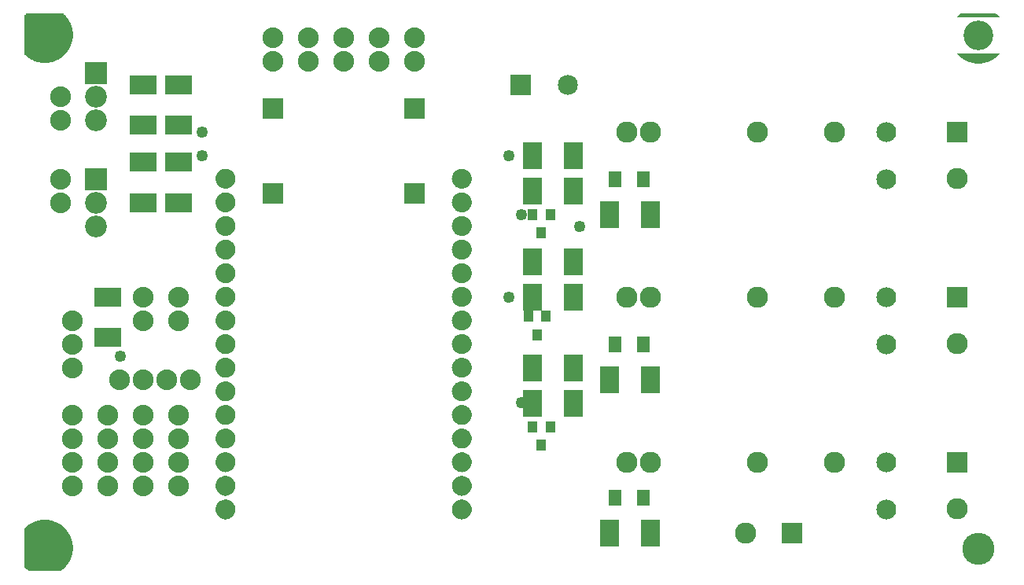
<source format=gts>
G04 MADE WITH FRITZING*
G04 WWW.FRITZING.ORG*
G04 DOUBLE SIDED*
G04 HOLES PLATED*
G04 CONTOUR ON CENTER OF CONTOUR VECTOR*
%ASAXBY*%
%FSLAX23Y23*%
%MOIN*%
%OFA0B0*%
%SFA1.0B1.0*%
%ADD10C,0.049370*%
%ADD11C,0.084000*%
%ADD12C,0.090000*%
%ADD13C,0.088000*%
%ADD14C,0.125984*%
%ADD15C,0.135984*%
%ADD16C,0.092000*%
%ADD17C,0.085000*%
%ADD18R,0.090000X0.090000*%
%ADD19R,0.041496X0.045433*%
%ADD20R,0.087630X0.087806*%
%ADD21R,0.057244X0.065118*%
%ADD22R,0.092000X0.092000*%
%ADD23R,0.085000X0.085000*%
%ADD24R,0.116299X0.080866*%
%ADD25R,0.080866X0.116299*%
%ADD26R,0.001000X0.001000*%
%LNMASK1*%
G90*
G70*
G54D10*
X2054Y1161D03*
X2105Y1510D03*
X2105Y712D03*
X2054Y1761D03*
X2354Y1461D03*
X405Y910D03*
X754Y1761D03*
X754Y1861D03*
G54D11*
X3654Y1661D03*
X3654Y1861D03*
X3654Y1661D03*
X3654Y1861D03*
X3654Y961D03*
X3654Y1161D03*
X3654Y961D03*
X3654Y1161D03*
X3654Y261D03*
X3654Y461D03*
X3654Y261D03*
X3654Y461D03*
G54D12*
X3254Y161D03*
X3057Y161D03*
X3954Y1861D03*
X3954Y1664D03*
X3954Y1161D03*
X3954Y964D03*
X3954Y461D03*
X3954Y264D03*
G54D13*
X504Y1161D03*
X504Y1061D03*
X654Y1161D03*
X654Y1061D03*
X204Y1061D03*
X204Y961D03*
X204Y861D03*
X704Y811D03*
X604Y811D03*
X504Y811D03*
X404Y811D03*
X654Y361D03*
X654Y461D03*
X654Y561D03*
X654Y661D03*
X504Y361D03*
X504Y461D03*
X504Y561D03*
X504Y661D03*
X354Y361D03*
X354Y461D03*
X354Y561D03*
X354Y661D03*
X204Y361D03*
X204Y461D03*
X204Y561D03*
X204Y661D03*
X154Y2011D03*
X154Y1911D03*
X154Y1661D03*
X154Y1561D03*
G54D14*
X4044Y2269D03*
X86Y2271D03*
G54D15*
X4044Y94D03*
G54D14*
X86Y96D03*
G54D13*
X1354Y2261D03*
X1354Y2161D03*
X1204Y2261D03*
X1204Y2161D03*
X1654Y2261D03*
X1654Y2161D03*
X1504Y2261D03*
X1504Y2161D03*
X1054Y2261D03*
X1054Y2161D03*
X1054Y1961D03*
X1054Y1601D03*
X1654Y1601D03*
X1654Y1961D03*
G54D16*
X304Y1661D03*
X304Y1561D03*
X304Y1461D03*
X304Y2111D03*
X304Y2011D03*
X304Y1911D03*
G54D12*
X3432Y1861D03*
X3107Y1861D03*
X2654Y1861D03*
X2554Y1861D03*
X3432Y1861D03*
X3107Y1861D03*
X2654Y1861D03*
X2554Y1861D03*
X3432Y1161D03*
X3107Y1161D03*
X2654Y1161D03*
X2554Y1161D03*
X3432Y1161D03*
X3107Y1161D03*
X2654Y1161D03*
X2554Y1161D03*
X3432Y461D03*
X3107Y461D03*
X2654Y461D03*
X2554Y461D03*
X3432Y461D03*
X3107Y461D03*
X2654Y461D03*
X2554Y461D03*
G54D17*
X2104Y2061D03*
X2304Y2061D03*
G54D18*
X3254Y161D03*
X3954Y1861D03*
X3954Y1161D03*
X3954Y461D03*
G54D19*
X2229Y611D03*
X2154Y611D03*
X2191Y532D03*
X2211Y1080D03*
X2136Y1080D03*
X2174Y1001D03*
X2229Y1511D03*
X2154Y1511D03*
X2191Y1432D03*
G54D20*
X1654Y1601D03*
X1654Y1961D03*
X1053Y1961D03*
X1054Y1601D03*
G54D21*
X2504Y1661D03*
X2622Y1661D03*
G54D22*
X304Y1661D03*
G54D21*
X2504Y961D03*
X2622Y961D03*
G54D22*
X304Y2111D03*
G54D21*
X2504Y311D03*
X2622Y311D03*
G54D23*
X2104Y2061D03*
G54D24*
X654Y1561D03*
X654Y1734D03*
X504Y1561D03*
X504Y1734D03*
X504Y2061D03*
X504Y1888D03*
X354Y1161D03*
X354Y988D03*
X654Y2061D03*
X654Y1888D03*
G54D25*
X2154Y1761D03*
X2327Y1761D03*
X2154Y1311D03*
X2327Y1311D03*
X2654Y1511D03*
X2481Y1511D03*
X2654Y811D03*
X2481Y811D03*
X2654Y161D03*
X2481Y161D03*
X2154Y1611D03*
X2327Y1611D03*
X2154Y711D03*
X2327Y711D03*
X2154Y861D03*
X2327Y861D03*
X2154Y1161D03*
X2327Y1161D03*
G54D26*
X9Y2362D02*
X163Y2362D01*
X3969Y2362D02*
X4116Y2362D01*
X8Y2361D02*
X164Y2361D01*
X3968Y2361D02*
X4117Y2361D01*
X7Y2360D02*
X165Y2360D01*
X3966Y2360D02*
X4119Y2360D01*
X6Y2359D02*
X166Y2359D01*
X3965Y2359D02*
X4120Y2359D01*
X5Y2358D02*
X167Y2358D01*
X3964Y2358D02*
X4121Y2358D01*
X4Y2357D02*
X168Y2357D01*
X3963Y2357D02*
X4122Y2357D01*
X2Y2356D02*
X169Y2356D01*
X3962Y2356D02*
X4123Y2356D01*
X1Y2355D02*
X170Y2355D01*
X3961Y2355D02*
X4124Y2355D01*
X1Y2354D02*
X171Y2354D01*
X3960Y2354D02*
X4125Y2354D01*
X0Y2353D02*
X172Y2353D01*
X3959Y2353D02*
X4126Y2353D01*
X0Y2352D02*
X173Y2352D01*
X3958Y2352D02*
X4127Y2352D01*
X0Y2351D02*
X174Y2351D01*
X3957Y2351D02*
X4128Y2351D01*
X0Y2350D02*
X175Y2350D01*
X3956Y2350D02*
X4129Y2350D01*
X0Y2349D02*
X176Y2349D01*
X3955Y2349D02*
X4130Y2349D01*
X0Y2348D02*
X176Y2348D01*
X3954Y2348D02*
X4131Y2348D01*
X0Y2347D02*
X177Y2347D01*
X3953Y2347D02*
X4132Y2347D01*
X0Y2346D02*
X178Y2346D01*
X3952Y2346D02*
X4133Y2346D01*
X0Y2345D02*
X179Y2345D01*
X0Y2344D02*
X180Y2344D01*
X0Y2343D02*
X180Y2343D01*
X0Y2342D02*
X181Y2342D01*
X0Y2341D02*
X182Y2341D01*
X0Y2340D02*
X182Y2340D01*
X0Y2339D02*
X183Y2339D01*
X0Y2338D02*
X184Y2338D01*
X0Y2337D02*
X185Y2337D01*
X0Y2336D02*
X185Y2336D01*
X0Y2335D02*
X186Y2335D01*
X0Y2334D02*
X187Y2334D01*
X0Y2333D02*
X187Y2333D01*
X0Y2332D02*
X188Y2332D01*
X0Y2331D02*
X188Y2331D01*
X0Y2330D02*
X189Y2330D01*
X0Y2329D02*
X190Y2329D01*
X0Y2328D02*
X190Y2328D01*
X0Y2327D02*
X191Y2327D01*
X0Y2326D02*
X191Y2326D01*
X0Y2325D02*
X192Y2325D01*
X0Y2324D02*
X192Y2324D01*
X0Y2323D02*
X193Y2323D01*
X0Y2322D02*
X193Y2322D01*
X0Y2321D02*
X194Y2321D01*
X0Y2320D02*
X194Y2320D01*
X0Y2319D02*
X195Y2319D01*
X0Y2318D02*
X195Y2318D01*
X0Y2317D02*
X195Y2317D01*
X0Y2316D02*
X196Y2316D01*
X0Y2315D02*
X196Y2315D01*
X0Y2314D02*
X197Y2314D01*
X0Y2313D02*
X197Y2313D01*
X0Y2312D02*
X197Y2312D01*
X0Y2311D02*
X198Y2311D01*
X0Y2310D02*
X198Y2310D01*
X0Y2309D02*
X198Y2309D01*
X0Y2308D02*
X199Y2308D01*
X0Y2307D02*
X199Y2307D01*
X0Y2306D02*
X199Y2306D01*
X0Y2305D02*
X200Y2305D01*
X0Y2304D02*
X200Y2304D01*
X0Y2303D02*
X200Y2303D01*
X0Y2302D02*
X200Y2302D01*
X0Y2301D02*
X201Y2301D01*
X0Y2300D02*
X201Y2300D01*
X0Y2299D02*
X201Y2299D01*
X0Y2298D02*
X201Y2298D01*
X0Y2297D02*
X202Y2297D01*
X0Y2296D02*
X202Y2296D01*
X0Y2295D02*
X202Y2295D01*
X0Y2294D02*
X202Y2294D01*
X0Y2293D02*
X202Y2293D01*
X0Y2292D02*
X203Y2292D01*
X0Y2291D02*
X203Y2291D01*
X0Y2290D02*
X203Y2290D01*
X0Y2289D02*
X203Y2289D01*
X0Y2288D02*
X203Y2288D01*
X0Y2287D02*
X203Y2287D01*
X0Y2286D02*
X203Y2286D01*
X0Y2285D02*
X204Y2285D01*
X0Y2284D02*
X204Y2284D01*
X0Y2283D02*
X204Y2283D01*
X0Y2282D02*
X204Y2282D01*
X0Y2281D02*
X204Y2281D01*
X0Y2280D02*
X204Y2280D01*
X0Y2279D02*
X204Y2279D01*
X0Y2278D02*
X204Y2278D01*
X0Y2277D02*
X204Y2277D01*
X0Y2276D02*
X204Y2276D01*
X0Y2275D02*
X204Y2275D01*
X0Y2274D02*
X204Y2274D01*
X0Y2273D02*
X204Y2273D01*
X0Y2272D02*
X204Y2272D01*
X0Y2271D02*
X204Y2271D01*
X0Y2270D02*
X204Y2270D01*
X0Y2269D02*
X204Y2269D01*
X0Y2268D02*
X204Y2268D01*
X0Y2267D02*
X204Y2267D01*
X0Y2266D02*
X204Y2266D01*
X0Y2265D02*
X204Y2265D01*
X0Y2264D02*
X204Y2264D01*
X0Y2263D02*
X204Y2263D01*
X0Y2262D02*
X204Y2262D01*
X0Y2261D02*
X204Y2261D01*
X0Y2260D02*
X204Y2260D01*
X0Y2259D02*
X204Y2259D01*
X0Y2258D02*
X204Y2258D01*
X0Y2257D02*
X203Y2257D01*
X0Y2256D02*
X203Y2256D01*
X0Y2255D02*
X203Y2255D01*
X0Y2254D02*
X203Y2254D01*
X0Y2253D02*
X203Y2253D01*
X0Y2252D02*
X203Y2252D01*
X0Y2251D02*
X203Y2251D01*
X0Y2250D02*
X202Y2250D01*
X0Y2249D02*
X202Y2249D01*
X0Y2248D02*
X202Y2248D01*
X0Y2247D02*
X202Y2247D01*
X0Y2246D02*
X202Y2246D01*
X0Y2245D02*
X201Y2245D01*
X0Y2244D02*
X201Y2244D01*
X0Y2243D02*
X201Y2243D01*
X0Y2242D02*
X201Y2242D01*
X0Y2241D02*
X200Y2241D01*
X0Y2240D02*
X200Y2240D01*
X0Y2239D02*
X200Y2239D01*
X0Y2238D02*
X200Y2238D01*
X0Y2237D02*
X199Y2237D01*
X0Y2236D02*
X199Y2236D01*
X0Y2235D02*
X199Y2235D01*
X0Y2234D02*
X198Y2234D01*
X0Y2233D02*
X198Y2233D01*
X0Y2232D02*
X198Y2232D01*
X0Y2231D02*
X197Y2231D01*
X0Y2230D02*
X197Y2230D01*
X0Y2229D02*
X197Y2229D01*
X0Y2228D02*
X196Y2228D01*
X0Y2227D02*
X196Y2227D01*
X0Y2226D02*
X196Y2226D01*
X0Y2225D02*
X195Y2225D01*
X0Y2224D02*
X195Y2224D01*
X0Y2223D02*
X194Y2223D01*
X0Y2222D02*
X194Y2222D01*
X0Y2221D02*
X193Y2221D01*
X0Y2220D02*
X193Y2220D01*
X0Y2219D02*
X192Y2219D01*
X0Y2218D02*
X192Y2218D01*
X0Y2217D02*
X191Y2217D01*
X0Y2216D02*
X191Y2216D01*
X0Y2215D02*
X190Y2215D01*
X0Y2214D02*
X190Y2214D01*
X0Y2213D02*
X189Y2213D01*
X0Y2212D02*
X189Y2212D01*
X0Y2211D02*
X188Y2211D01*
X0Y2210D02*
X187Y2210D01*
X0Y2209D02*
X187Y2209D01*
X0Y2208D02*
X186Y2208D01*
X0Y2207D02*
X185Y2207D01*
X0Y2206D02*
X185Y2206D01*
X0Y2205D02*
X184Y2205D01*
X0Y2204D02*
X183Y2204D01*
X0Y2203D02*
X183Y2203D01*
X0Y2202D02*
X182Y2202D01*
X0Y2201D02*
X181Y2201D01*
X0Y2200D02*
X180Y2200D01*
X0Y2199D02*
X180Y2199D01*
X0Y2198D02*
X179Y2198D01*
X0Y2197D02*
X178Y2197D01*
X0Y2196D02*
X177Y2196D01*
X0Y2195D02*
X177Y2195D01*
X0Y2194D02*
X176Y2194D01*
X0Y2193D02*
X175Y2193D01*
X0Y2192D02*
X174Y2192D01*
X3952Y2192D02*
X4133Y2192D01*
X0Y2191D02*
X173Y2191D01*
X3953Y2191D02*
X4132Y2191D01*
X0Y2190D02*
X172Y2190D01*
X3954Y2190D02*
X4131Y2190D01*
X0Y2189D02*
X171Y2189D01*
X3955Y2189D02*
X4130Y2189D01*
X1Y2188D02*
X170Y2188D01*
X3956Y2188D02*
X4129Y2188D01*
X2Y2187D02*
X169Y2187D01*
X3957Y2187D02*
X4129Y2187D01*
X3Y2186D02*
X168Y2186D01*
X3957Y2186D02*
X4128Y2186D01*
X4Y2185D02*
X167Y2185D01*
X3958Y2185D02*
X4127Y2185D01*
X5Y2184D02*
X166Y2184D01*
X3959Y2184D02*
X4126Y2184D01*
X6Y2183D02*
X165Y2183D01*
X3960Y2183D02*
X4125Y2183D01*
X8Y2182D02*
X164Y2182D01*
X3962Y2182D02*
X4124Y2182D01*
X9Y2181D02*
X163Y2181D01*
X3963Y2181D02*
X4122Y2181D01*
X10Y2180D02*
X162Y2180D01*
X3964Y2180D02*
X4121Y2180D01*
X11Y2179D02*
X160Y2179D01*
X3965Y2179D02*
X4120Y2179D01*
X13Y2178D02*
X159Y2178D01*
X3966Y2178D02*
X4119Y2178D01*
X14Y2177D02*
X158Y2177D01*
X3967Y2177D02*
X4118Y2177D01*
X15Y2176D02*
X156Y2176D01*
X3969Y2176D02*
X4116Y2176D01*
X17Y2175D02*
X155Y2175D01*
X3970Y2175D02*
X4115Y2175D01*
X18Y2174D02*
X154Y2174D01*
X3971Y2174D02*
X4114Y2174D01*
X19Y2173D02*
X152Y2173D01*
X3973Y2173D02*
X4112Y2173D01*
X21Y2172D02*
X151Y2172D01*
X3974Y2172D02*
X4111Y2172D01*
X22Y2171D02*
X149Y2171D01*
X3975Y2171D02*
X4110Y2171D01*
X24Y2170D02*
X148Y2170D01*
X3977Y2170D02*
X4108Y2170D01*
X26Y2169D02*
X146Y2169D01*
X3978Y2169D02*
X4107Y2169D01*
X27Y2168D02*
X144Y2168D01*
X3980Y2168D02*
X4105Y2168D01*
X29Y2167D02*
X143Y2167D01*
X3981Y2167D02*
X4104Y2167D01*
X31Y2166D02*
X141Y2166D01*
X3983Y2166D02*
X4102Y2166D01*
X33Y2165D02*
X139Y2165D01*
X3985Y2165D02*
X4100Y2165D01*
X35Y2164D02*
X137Y2164D01*
X3987Y2164D02*
X4098Y2164D01*
X37Y2163D02*
X135Y2163D01*
X3988Y2163D02*
X4097Y2163D01*
X39Y2162D02*
X133Y2162D01*
X3990Y2162D02*
X4095Y2162D01*
X41Y2161D02*
X130Y2161D01*
X3992Y2161D02*
X4093Y2161D01*
X44Y2160D02*
X128Y2160D01*
X3995Y2160D02*
X4090Y2160D01*
X47Y2159D02*
X125Y2159D01*
X3997Y2159D02*
X4088Y2159D01*
X50Y2158D02*
X122Y2158D01*
X3999Y2158D02*
X4086Y2158D01*
X53Y2157D02*
X118Y2157D01*
X4002Y2157D02*
X4083Y2157D01*
X57Y2156D02*
X115Y2156D01*
X4005Y2156D02*
X4080Y2156D01*
X61Y2155D02*
X110Y2155D01*
X4008Y2155D02*
X4077Y2155D01*
X67Y2154D02*
X105Y2154D01*
X4012Y2154D02*
X4073Y2154D01*
X74Y2153D02*
X98Y2153D01*
X4016Y2153D02*
X4069Y2153D01*
X4021Y2152D02*
X4064Y2152D01*
X4027Y2151D02*
X4058Y2151D01*
X4036Y2150D02*
X4049Y2150D01*
X846Y1703D02*
X858Y1703D01*
X1847Y1703D02*
X1859Y1703D01*
X841Y1702D02*
X862Y1702D01*
X1842Y1702D02*
X1864Y1702D01*
X838Y1701D02*
X866Y1701D01*
X1839Y1701D02*
X1867Y1701D01*
X835Y1700D02*
X868Y1700D01*
X1836Y1700D02*
X1869Y1700D01*
X833Y1699D02*
X870Y1699D01*
X1834Y1699D02*
X1872Y1699D01*
X831Y1698D02*
X872Y1698D01*
X1833Y1698D02*
X1873Y1698D01*
X830Y1697D02*
X874Y1697D01*
X1831Y1697D02*
X1875Y1697D01*
X828Y1696D02*
X875Y1696D01*
X1829Y1696D02*
X1876Y1696D01*
X827Y1695D02*
X877Y1695D01*
X1828Y1695D02*
X1878Y1695D01*
X826Y1694D02*
X878Y1694D01*
X1827Y1694D02*
X1879Y1694D01*
X824Y1693D02*
X879Y1693D01*
X1826Y1693D02*
X1880Y1693D01*
X823Y1692D02*
X880Y1692D01*
X1825Y1692D02*
X1881Y1692D01*
X822Y1691D02*
X881Y1691D01*
X1823Y1691D02*
X1882Y1691D01*
X821Y1690D02*
X882Y1690D01*
X1823Y1690D02*
X1883Y1690D01*
X820Y1689D02*
X883Y1689D01*
X1822Y1689D02*
X1884Y1689D01*
X820Y1688D02*
X884Y1688D01*
X1821Y1688D02*
X1885Y1688D01*
X819Y1687D02*
X885Y1687D01*
X1820Y1687D02*
X1886Y1687D01*
X818Y1686D02*
X885Y1686D01*
X1819Y1686D02*
X1887Y1686D01*
X817Y1685D02*
X886Y1685D01*
X1819Y1685D02*
X1887Y1685D01*
X817Y1684D02*
X887Y1684D01*
X1818Y1684D02*
X1888Y1684D01*
X816Y1683D02*
X887Y1683D01*
X1817Y1683D02*
X1889Y1683D01*
X816Y1682D02*
X888Y1682D01*
X1817Y1682D02*
X1889Y1682D01*
X815Y1681D02*
X888Y1681D01*
X1816Y1681D02*
X1890Y1681D01*
X815Y1680D02*
X889Y1680D01*
X1816Y1680D02*
X1890Y1680D01*
X814Y1679D02*
X889Y1679D01*
X1815Y1679D02*
X1891Y1679D01*
X814Y1678D02*
X890Y1678D01*
X1815Y1678D02*
X1891Y1678D01*
X813Y1677D02*
X890Y1677D01*
X1814Y1677D02*
X1892Y1677D01*
X813Y1676D02*
X891Y1676D01*
X1814Y1676D02*
X1892Y1676D01*
X812Y1675D02*
X891Y1675D01*
X1814Y1675D02*
X1892Y1675D01*
X812Y1674D02*
X891Y1674D01*
X1813Y1674D02*
X1893Y1674D01*
X812Y1673D02*
X892Y1673D01*
X1813Y1673D02*
X1893Y1673D01*
X812Y1672D02*
X892Y1672D01*
X1813Y1672D02*
X1893Y1672D01*
X811Y1671D02*
X892Y1671D01*
X1813Y1671D02*
X1893Y1671D01*
X811Y1670D02*
X892Y1670D01*
X1812Y1670D02*
X1894Y1670D01*
X811Y1669D02*
X893Y1669D01*
X1812Y1669D02*
X1894Y1669D01*
X811Y1668D02*
X893Y1668D01*
X1812Y1668D02*
X1894Y1668D01*
X811Y1667D02*
X893Y1667D01*
X1812Y1667D02*
X1894Y1667D01*
X810Y1666D02*
X893Y1666D01*
X1812Y1666D02*
X1894Y1666D01*
X810Y1665D02*
X893Y1665D01*
X1812Y1665D02*
X1894Y1665D01*
X810Y1664D02*
X893Y1664D01*
X1812Y1664D02*
X1894Y1664D01*
X810Y1663D02*
X893Y1663D01*
X1812Y1663D02*
X1894Y1663D01*
X810Y1662D02*
X893Y1662D01*
X1811Y1662D02*
X1894Y1662D01*
X810Y1661D02*
X893Y1661D01*
X1811Y1661D02*
X1894Y1661D01*
X810Y1660D02*
X893Y1660D01*
X1812Y1660D02*
X1894Y1660D01*
X810Y1659D02*
X893Y1659D01*
X1812Y1659D02*
X1894Y1659D01*
X810Y1658D02*
X893Y1658D01*
X1812Y1658D02*
X1894Y1658D01*
X810Y1657D02*
X893Y1657D01*
X1812Y1657D02*
X1894Y1657D01*
X811Y1656D02*
X893Y1656D01*
X1812Y1656D02*
X1894Y1656D01*
X811Y1655D02*
X893Y1655D01*
X1812Y1655D02*
X1894Y1655D01*
X811Y1654D02*
X893Y1654D01*
X1812Y1654D02*
X1894Y1654D01*
X811Y1653D02*
X892Y1653D01*
X1812Y1653D02*
X1894Y1653D01*
X811Y1652D02*
X892Y1652D01*
X1813Y1652D02*
X1893Y1652D01*
X812Y1651D02*
X892Y1651D01*
X1813Y1651D02*
X1893Y1651D01*
X812Y1650D02*
X892Y1650D01*
X1813Y1650D02*
X1893Y1650D01*
X812Y1649D02*
X891Y1649D01*
X1813Y1649D02*
X1893Y1649D01*
X813Y1648D02*
X891Y1648D01*
X1814Y1648D02*
X1892Y1648D01*
X813Y1647D02*
X891Y1647D01*
X1814Y1647D02*
X1892Y1647D01*
X813Y1646D02*
X890Y1646D01*
X1814Y1646D02*
X1892Y1646D01*
X814Y1645D02*
X890Y1645D01*
X1815Y1645D02*
X1891Y1645D01*
X814Y1644D02*
X889Y1644D01*
X1815Y1644D02*
X1891Y1644D01*
X815Y1643D02*
X889Y1643D01*
X1816Y1643D02*
X1890Y1643D01*
X815Y1642D02*
X888Y1642D01*
X1816Y1642D02*
X1890Y1642D01*
X816Y1641D02*
X888Y1641D01*
X1817Y1641D02*
X1889Y1641D01*
X816Y1640D02*
X887Y1640D01*
X1817Y1640D02*
X1888Y1640D01*
X817Y1639D02*
X887Y1639D01*
X1818Y1639D02*
X1888Y1639D01*
X818Y1638D02*
X886Y1638D01*
X1819Y1638D02*
X1887Y1638D01*
X818Y1637D02*
X885Y1637D01*
X1819Y1637D02*
X1886Y1637D01*
X819Y1636D02*
X885Y1636D01*
X1820Y1636D02*
X1886Y1636D01*
X820Y1635D02*
X884Y1635D01*
X1821Y1635D02*
X1885Y1635D01*
X821Y1634D02*
X883Y1634D01*
X1822Y1634D02*
X1884Y1634D01*
X821Y1633D02*
X882Y1633D01*
X1823Y1633D02*
X1883Y1633D01*
X822Y1632D02*
X881Y1632D01*
X1824Y1632D02*
X1882Y1632D01*
X823Y1631D02*
X880Y1631D01*
X1825Y1631D02*
X1881Y1631D01*
X825Y1630D02*
X879Y1630D01*
X1826Y1630D02*
X1880Y1630D01*
X826Y1629D02*
X878Y1629D01*
X1827Y1629D02*
X1879Y1629D01*
X827Y1628D02*
X876Y1628D01*
X1828Y1628D02*
X1878Y1628D01*
X828Y1627D02*
X875Y1627D01*
X1830Y1627D02*
X1876Y1627D01*
X830Y1626D02*
X873Y1626D01*
X1831Y1626D02*
X1875Y1626D01*
X832Y1625D02*
X872Y1625D01*
X1833Y1625D02*
X1873Y1625D01*
X833Y1624D02*
X870Y1624D01*
X1835Y1624D02*
X1871Y1624D01*
X836Y1623D02*
X868Y1623D01*
X1837Y1623D02*
X1869Y1623D01*
X838Y1622D02*
X865Y1622D01*
X1839Y1622D02*
X1867Y1622D01*
X842Y1621D02*
X862Y1621D01*
X1843Y1621D02*
X1863Y1621D01*
X847Y1620D02*
X857Y1620D01*
X1848Y1620D02*
X1858Y1620D01*
X847Y1603D02*
X857Y1603D01*
X1848Y1603D02*
X1858Y1603D01*
X842Y1602D02*
X862Y1602D01*
X1843Y1602D02*
X1863Y1602D01*
X838Y1601D02*
X865Y1601D01*
X1839Y1601D02*
X1867Y1601D01*
X836Y1600D02*
X868Y1600D01*
X1837Y1600D02*
X1869Y1600D01*
X833Y1599D02*
X870Y1599D01*
X1835Y1599D02*
X1871Y1599D01*
X832Y1598D02*
X872Y1598D01*
X1833Y1598D02*
X1873Y1598D01*
X830Y1597D02*
X873Y1597D01*
X1831Y1597D02*
X1875Y1597D01*
X828Y1596D02*
X875Y1596D01*
X1830Y1596D02*
X1876Y1596D01*
X827Y1595D02*
X876Y1595D01*
X1828Y1595D02*
X1878Y1595D01*
X826Y1594D02*
X878Y1594D01*
X1827Y1594D02*
X1879Y1594D01*
X825Y1593D02*
X879Y1593D01*
X1826Y1593D02*
X1880Y1593D01*
X823Y1592D02*
X880Y1592D01*
X1825Y1592D02*
X1881Y1592D01*
X822Y1591D02*
X881Y1591D01*
X1824Y1591D02*
X1882Y1591D01*
X821Y1590D02*
X882Y1590D01*
X1823Y1590D02*
X1883Y1590D01*
X821Y1589D02*
X883Y1589D01*
X1822Y1589D02*
X1884Y1589D01*
X820Y1588D02*
X884Y1588D01*
X1821Y1588D02*
X1885Y1588D01*
X819Y1587D02*
X885Y1587D01*
X1820Y1587D02*
X1886Y1587D01*
X818Y1586D02*
X885Y1586D01*
X1819Y1586D02*
X1886Y1586D01*
X818Y1585D02*
X886Y1585D01*
X1819Y1585D02*
X1887Y1585D01*
X817Y1584D02*
X887Y1584D01*
X1818Y1584D02*
X1888Y1584D01*
X816Y1583D02*
X887Y1583D01*
X1817Y1583D02*
X1888Y1583D01*
X816Y1582D02*
X888Y1582D01*
X1817Y1582D02*
X1889Y1582D01*
X815Y1581D02*
X888Y1581D01*
X1816Y1581D02*
X1890Y1581D01*
X815Y1580D02*
X889Y1580D01*
X1816Y1580D02*
X1890Y1580D01*
X814Y1579D02*
X889Y1579D01*
X1815Y1579D02*
X1891Y1579D01*
X814Y1578D02*
X890Y1578D01*
X1815Y1578D02*
X1891Y1578D01*
X813Y1577D02*
X890Y1577D01*
X1814Y1577D02*
X1892Y1577D01*
X813Y1576D02*
X891Y1576D01*
X1814Y1576D02*
X1892Y1576D01*
X812Y1575D02*
X891Y1575D01*
X1814Y1575D02*
X1892Y1575D01*
X812Y1574D02*
X891Y1574D01*
X1813Y1574D02*
X1893Y1574D01*
X812Y1573D02*
X892Y1573D01*
X1813Y1573D02*
X1893Y1573D01*
X812Y1572D02*
X892Y1572D01*
X1813Y1572D02*
X1893Y1572D01*
X811Y1571D02*
X892Y1571D01*
X1813Y1571D02*
X1893Y1571D01*
X811Y1570D02*
X892Y1570D01*
X1812Y1570D02*
X1894Y1570D01*
X811Y1569D02*
X893Y1569D01*
X1812Y1569D02*
X1894Y1569D01*
X811Y1568D02*
X893Y1568D01*
X1812Y1568D02*
X1894Y1568D01*
X811Y1567D02*
X893Y1567D01*
X1812Y1567D02*
X1894Y1567D01*
X810Y1566D02*
X893Y1566D01*
X1812Y1566D02*
X1894Y1566D01*
X810Y1565D02*
X893Y1565D01*
X1812Y1565D02*
X1894Y1565D01*
X810Y1564D02*
X893Y1564D01*
X1812Y1564D02*
X1894Y1564D01*
X810Y1563D02*
X893Y1563D01*
X1812Y1563D02*
X1894Y1563D01*
X810Y1562D02*
X893Y1562D01*
X1811Y1562D02*
X1894Y1562D01*
X810Y1561D02*
X893Y1561D01*
X1811Y1561D02*
X1894Y1561D01*
X810Y1560D02*
X893Y1560D01*
X1812Y1560D02*
X1894Y1560D01*
X810Y1559D02*
X893Y1559D01*
X1812Y1559D02*
X1894Y1559D01*
X810Y1558D02*
X893Y1558D01*
X1812Y1558D02*
X1894Y1558D01*
X810Y1557D02*
X893Y1557D01*
X1812Y1557D02*
X1894Y1557D01*
X811Y1556D02*
X893Y1556D01*
X1812Y1556D02*
X1894Y1556D01*
X811Y1555D02*
X893Y1555D01*
X1812Y1555D02*
X1894Y1555D01*
X811Y1554D02*
X893Y1554D01*
X1812Y1554D02*
X1894Y1554D01*
X811Y1553D02*
X892Y1553D01*
X1812Y1553D02*
X1894Y1553D01*
X811Y1552D02*
X892Y1552D01*
X1813Y1552D02*
X1893Y1552D01*
X812Y1551D02*
X892Y1551D01*
X1813Y1551D02*
X1893Y1551D01*
X812Y1550D02*
X892Y1550D01*
X1813Y1550D02*
X1893Y1550D01*
X812Y1549D02*
X891Y1549D01*
X1813Y1549D02*
X1893Y1549D01*
X812Y1548D02*
X891Y1548D01*
X1814Y1548D02*
X1892Y1548D01*
X813Y1547D02*
X891Y1547D01*
X1814Y1547D02*
X1892Y1547D01*
X813Y1546D02*
X890Y1546D01*
X1814Y1546D02*
X1892Y1546D01*
X814Y1545D02*
X890Y1545D01*
X1815Y1545D02*
X1891Y1545D01*
X814Y1544D02*
X889Y1544D01*
X1815Y1544D02*
X1891Y1544D01*
X815Y1543D02*
X889Y1543D01*
X1816Y1543D02*
X1890Y1543D01*
X815Y1542D02*
X888Y1542D01*
X1816Y1542D02*
X1890Y1542D01*
X816Y1541D02*
X888Y1541D01*
X1817Y1541D02*
X1889Y1541D01*
X816Y1540D02*
X887Y1540D01*
X1817Y1540D02*
X1889Y1540D01*
X817Y1539D02*
X887Y1539D01*
X1818Y1539D02*
X1888Y1539D01*
X817Y1538D02*
X886Y1538D01*
X1819Y1538D02*
X1887Y1538D01*
X818Y1537D02*
X885Y1537D01*
X1819Y1537D02*
X1887Y1537D01*
X819Y1536D02*
X885Y1536D01*
X1820Y1536D02*
X1886Y1536D01*
X820Y1535D02*
X884Y1535D01*
X1821Y1535D02*
X1885Y1535D01*
X820Y1534D02*
X883Y1534D01*
X1822Y1534D02*
X1884Y1534D01*
X821Y1533D02*
X882Y1533D01*
X1823Y1533D02*
X1883Y1533D01*
X822Y1532D02*
X881Y1532D01*
X1823Y1532D02*
X1882Y1532D01*
X823Y1531D02*
X880Y1531D01*
X1825Y1531D02*
X1881Y1531D01*
X824Y1530D02*
X879Y1530D01*
X1826Y1530D02*
X1880Y1530D01*
X826Y1529D02*
X878Y1529D01*
X1827Y1529D02*
X1879Y1529D01*
X827Y1528D02*
X877Y1528D01*
X1828Y1528D02*
X1878Y1528D01*
X828Y1527D02*
X875Y1527D01*
X1830Y1527D02*
X1876Y1527D01*
X830Y1526D02*
X874Y1526D01*
X1831Y1526D02*
X1875Y1526D01*
X831Y1525D02*
X872Y1525D01*
X1833Y1525D02*
X1873Y1525D01*
X833Y1524D02*
X870Y1524D01*
X1834Y1524D02*
X1871Y1524D01*
X835Y1523D02*
X868Y1523D01*
X1836Y1523D02*
X1869Y1523D01*
X838Y1522D02*
X866Y1522D01*
X1839Y1522D02*
X1867Y1522D01*
X841Y1521D02*
X862Y1521D01*
X1842Y1521D02*
X1864Y1521D01*
X846Y1520D02*
X858Y1520D01*
X1847Y1520D02*
X1859Y1520D01*
X847Y1503D02*
X856Y1503D01*
X1849Y1503D02*
X1857Y1503D01*
X842Y1502D02*
X861Y1502D01*
X1843Y1502D02*
X1863Y1502D01*
X839Y1501D02*
X865Y1501D01*
X1840Y1501D02*
X1866Y1501D01*
X836Y1500D02*
X868Y1500D01*
X1837Y1500D02*
X1869Y1500D01*
X834Y1499D02*
X870Y1499D01*
X1835Y1499D02*
X1871Y1499D01*
X832Y1498D02*
X872Y1498D01*
X1833Y1498D02*
X1873Y1498D01*
X830Y1497D02*
X873Y1497D01*
X1831Y1497D02*
X1874Y1497D01*
X829Y1496D02*
X875Y1496D01*
X1830Y1496D02*
X1876Y1496D01*
X827Y1495D02*
X876Y1495D01*
X1829Y1495D02*
X1877Y1495D01*
X826Y1494D02*
X878Y1494D01*
X1827Y1494D02*
X1879Y1494D01*
X825Y1493D02*
X879Y1493D01*
X1826Y1493D02*
X1880Y1493D01*
X824Y1492D02*
X880Y1492D01*
X1825Y1492D02*
X1881Y1492D01*
X823Y1491D02*
X881Y1491D01*
X1824Y1491D02*
X1882Y1491D01*
X822Y1490D02*
X882Y1490D01*
X1823Y1490D02*
X1883Y1490D01*
X821Y1489D02*
X883Y1489D01*
X1822Y1489D02*
X1884Y1489D01*
X820Y1488D02*
X884Y1488D01*
X1821Y1488D02*
X1885Y1488D01*
X819Y1487D02*
X884Y1487D01*
X1820Y1487D02*
X1886Y1487D01*
X818Y1486D02*
X885Y1486D01*
X1820Y1486D02*
X1886Y1486D01*
X818Y1485D02*
X886Y1485D01*
X1819Y1485D02*
X1887Y1485D01*
X817Y1484D02*
X887Y1484D01*
X1818Y1484D02*
X1888Y1484D01*
X816Y1483D02*
X887Y1483D01*
X1818Y1483D02*
X1888Y1483D01*
X816Y1482D02*
X888Y1482D01*
X1817Y1482D02*
X1889Y1482D01*
X815Y1481D02*
X888Y1481D01*
X1816Y1481D02*
X1890Y1481D01*
X815Y1480D02*
X889Y1480D01*
X1816Y1480D02*
X1890Y1480D01*
X814Y1479D02*
X889Y1479D01*
X1815Y1479D02*
X1891Y1479D01*
X814Y1478D02*
X890Y1478D01*
X1815Y1478D02*
X1891Y1478D01*
X813Y1477D02*
X890Y1477D01*
X1815Y1477D02*
X1891Y1477D01*
X813Y1476D02*
X891Y1476D01*
X1814Y1476D02*
X1892Y1476D01*
X813Y1475D02*
X891Y1475D01*
X1814Y1475D02*
X1892Y1475D01*
X812Y1474D02*
X891Y1474D01*
X1813Y1474D02*
X1893Y1474D01*
X812Y1473D02*
X892Y1473D01*
X1813Y1473D02*
X1893Y1473D01*
X812Y1472D02*
X892Y1472D01*
X1813Y1472D02*
X1893Y1472D01*
X811Y1471D02*
X892Y1471D01*
X1813Y1471D02*
X1893Y1471D01*
X811Y1470D02*
X892Y1470D01*
X1812Y1470D02*
X1894Y1470D01*
X811Y1469D02*
X892Y1469D01*
X1812Y1469D02*
X1894Y1469D01*
X811Y1468D02*
X893Y1468D01*
X1812Y1468D02*
X1894Y1468D01*
X811Y1467D02*
X893Y1467D01*
X1812Y1467D02*
X1894Y1467D01*
X811Y1466D02*
X893Y1466D01*
X1812Y1466D02*
X1894Y1466D01*
X810Y1465D02*
X893Y1465D01*
X1812Y1465D02*
X1894Y1465D01*
X810Y1464D02*
X893Y1464D01*
X1812Y1464D02*
X1894Y1464D01*
X810Y1463D02*
X893Y1463D01*
X1812Y1463D02*
X1894Y1463D01*
X810Y1462D02*
X893Y1462D01*
X1811Y1462D02*
X1894Y1462D01*
X810Y1461D02*
X893Y1461D01*
X1811Y1461D02*
X1894Y1461D01*
X810Y1460D02*
X893Y1460D01*
X1812Y1460D02*
X1894Y1460D01*
X810Y1459D02*
X893Y1459D01*
X1812Y1459D02*
X1894Y1459D01*
X810Y1458D02*
X893Y1458D01*
X1812Y1458D02*
X1894Y1458D01*
X810Y1457D02*
X893Y1457D01*
X1812Y1457D02*
X1894Y1457D01*
X811Y1456D02*
X893Y1456D01*
X1812Y1456D02*
X1894Y1456D01*
X811Y1455D02*
X893Y1455D01*
X1812Y1455D02*
X1894Y1455D01*
X811Y1454D02*
X893Y1454D01*
X1812Y1454D02*
X1894Y1454D01*
X811Y1453D02*
X892Y1453D01*
X1812Y1453D02*
X1894Y1453D01*
X811Y1452D02*
X892Y1452D01*
X1813Y1452D02*
X1893Y1452D01*
X812Y1451D02*
X892Y1451D01*
X1813Y1451D02*
X1893Y1451D01*
X812Y1450D02*
X892Y1450D01*
X1813Y1450D02*
X1893Y1450D01*
X812Y1449D02*
X891Y1449D01*
X1813Y1449D02*
X1893Y1449D01*
X812Y1448D02*
X891Y1448D01*
X1814Y1448D02*
X1892Y1448D01*
X813Y1447D02*
X891Y1447D01*
X1814Y1447D02*
X1892Y1447D01*
X813Y1446D02*
X890Y1446D01*
X1814Y1446D02*
X1892Y1446D01*
X813Y1445D02*
X890Y1445D01*
X1815Y1445D02*
X1891Y1445D01*
X814Y1444D02*
X890Y1444D01*
X1815Y1444D02*
X1891Y1444D01*
X814Y1443D02*
X889Y1443D01*
X1816Y1443D02*
X1890Y1443D01*
X815Y1442D02*
X889Y1442D01*
X1816Y1442D02*
X1890Y1442D01*
X815Y1441D02*
X888Y1441D01*
X1817Y1441D02*
X1889Y1441D01*
X816Y1440D02*
X887Y1440D01*
X1817Y1440D02*
X1889Y1440D01*
X817Y1439D02*
X887Y1439D01*
X1818Y1439D02*
X1888Y1439D01*
X817Y1438D02*
X886Y1438D01*
X1819Y1438D02*
X1887Y1438D01*
X818Y1437D02*
X885Y1437D01*
X1819Y1437D02*
X1887Y1437D01*
X819Y1436D02*
X885Y1436D01*
X1820Y1436D02*
X1886Y1436D01*
X820Y1435D02*
X884Y1435D01*
X1821Y1435D02*
X1885Y1435D01*
X820Y1434D02*
X883Y1434D01*
X1822Y1434D02*
X1884Y1434D01*
X821Y1433D02*
X882Y1433D01*
X1822Y1433D02*
X1883Y1433D01*
X822Y1432D02*
X881Y1432D01*
X1823Y1432D02*
X1883Y1432D01*
X823Y1431D02*
X880Y1431D01*
X1824Y1431D02*
X1882Y1431D01*
X824Y1430D02*
X879Y1430D01*
X1825Y1430D02*
X1880Y1430D01*
X825Y1429D02*
X878Y1429D01*
X1827Y1429D02*
X1879Y1429D01*
X827Y1428D02*
X877Y1428D01*
X1828Y1428D02*
X1878Y1428D01*
X828Y1427D02*
X875Y1427D01*
X1829Y1427D02*
X1877Y1427D01*
X830Y1426D02*
X874Y1426D01*
X1831Y1426D02*
X1875Y1426D01*
X831Y1425D02*
X872Y1425D01*
X1832Y1425D02*
X1874Y1425D01*
X833Y1424D02*
X871Y1424D01*
X1834Y1424D02*
X1872Y1424D01*
X835Y1423D02*
X869Y1423D01*
X1836Y1423D02*
X1870Y1423D01*
X837Y1422D02*
X866Y1422D01*
X1839Y1422D02*
X1867Y1422D01*
X841Y1421D02*
X863Y1421D01*
X1842Y1421D02*
X1864Y1421D01*
X845Y1420D02*
X859Y1420D01*
X1846Y1420D02*
X1860Y1420D01*
X849Y1403D02*
X855Y1403D01*
X1850Y1403D02*
X1856Y1403D01*
X843Y1402D02*
X861Y1402D01*
X1844Y1402D02*
X1862Y1402D01*
X839Y1401D02*
X865Y1401D01*
X1840Y1401D02*
X1866Y1401D01*
X836Y1400D02*
X867Y1400D01*
X1837Y1400D02*
X1869Y1400D01*
X834Y1399D02*
X869Y1399D01*
X1835Y1399D02*
X1871Y1399D01*
X832Y1398D02*
X871Y1398D01*
X1833Y1398D02*
X1873Y1398D01*
X830Y1397D02*
X873Y1397D01*
X1832Y1397D02*
X1874Y1397D01*
X829Y1396D02*
X875Y1396D01*
X1830Y1396D02*
X1876Y1396D01*
X827Y1395D02*
X876Y1395D01*
X1829Y1395D02*
X1877Y1395D01*
X826Y1394D02*
X877Y1394D01*
X1827Y1394D02*
X1879Y1394D01*
X825Y1393D02*
X879Y1393D01*
X1826Y1393D02*
X1880Y1393D01*
X824Y1392D02*
X880Y1392D01*
X1825Y1392D02*
X1881Y1392D01*
X823Y1391D02*
X881Y1391D01*
X1824Y1391D02*
X1882Y1391D01*
X822Y1390D02*
X882Y1390D01*
X1823Y1390D02*
X1883Y1390D01*
X821Y1389D02*
X883Y1389D01*
X1822Y1389D02*
X1884Y1389D01*
X820Y1388D02*
X884Y1388D01*
X1821Y1388D02*
X1885Y1388D01*
X819Y1387D02*
X884Y1387D01*
X1820Y1387D02*
X1886Y1387D01*
X818Y1386D02*
X885Y1386D01*
X1820Y1386D02*
X1886Y1386D01*
X818Y1385D02*
X886Y1385D01*
X1819Y1385D02*
X1887Y1385D01*
X817Y1384D02*
X886Y1384D01*
X1818Y1384D02*
X1888Y1384D01*
X816Y1383D02*
X887Y1383D01*
X1818Y1383D02*
X1888Y1383D01*
X816Y1382D02*
X888Y1382D01*
X1817Y1382D02*
X1889Y1382D01*
X815Y1381D02*
X888Y1381D01*
X1816Y1381D02*
X1889Y1381D01*
X815Y1380D02*
X889Y1380D01*
X1816Y1380D02*
X1890Y1380D01*
X814Y1379D02*
X889Y1379D01*
X1815Y1379D02*
X1890Y1379D01*
X814Y1378D02*
X890Y1378D01*
X1815Y1378D02*
X1891Y1378D01*
X813Y1377D02*
X890Y1377D01*
X1815Y1377D02*
X1891Y1377D01*
X813Y1376D02*
X891Y1376D01*
X1814Y1376D02*
X1892Y1376D01*
X813Y1375D02*
X891Y1375D01*
X1814Y1375D02*
X1892Y1375D01*
X812Y1374D02*
X891Y1374D01*
X1813Y1374D02*
X1892Y1374D01*
X812Y1373D02*
X892Y1373D01*
X1813Y1373D02*
X1893Y1373D01*
X812Y1372D02*
X892Y1372D01*
X1813Y1372D02*
X1893Y1372D01*
X811Y1371D02*
X892Y1371D01*
X1813Y1371D02*
X1893Y1371D01*
X811Y1370D02*
X892Y1370D01*
X1812Y1370D02*
X1894Y1370D01*
X811Y1369D02*
X892Y1369D01*
X1812Y1369D02*
X1894Y1369D01*
X811Y1368D02*
X893Y1368D01*
X1812Y1368D02*
X1894Y1368D01*
X811Y1367D02*
X893Y1367D01*
X1812Y1367D02*
X1894Y1367D01*
X811Y1366D02*
X893Y1366D01*
X1812Y1366D02*
X1894Y1366D01*
X810Y1365D02*
X893Y1365D01*
X1812Y1365D02*
X1894Y1365D01*
X810Y1364D02*
X893Y1364D01*
X1812Y1364D02*
X1894Y1364D01*
X810Y1363D02*
X893Y1363D01*
X1812Y1363D02*
X1894Y1363D01*
X810Y1362D02*
X893Y1362D01*
X1811Y1362D02*
X1894Y1362D01*
X810Y1361D02*
X893Y1361D01*
X1811Y1361D02*
X1895Y1361D01*
X810Y1360D02*
X893Y1360D01*
X1812Y1360D02*
X1894Y1360D01*
X810Y1359D02*
X893Y1359D01*
X1812Y1359D02*
X1894Y1359D01*
X810Y1358D02*
X893Y1358D01*
X1812Y1358D02*
X1894Y1358D01*
X810Y1357D02*
X893Y1357D01*
X1812Y1357D02*
X1894Y1357D01*
X811Y1356D02*
X893Y1356D01*
X1812Y1356D02*
X1894Y1356D01*
X811Y1355D02*
X893Y1355D01*
X1812Y1355D02*
X1894Y1355D01*
X811Y1354D02*
X893Y1354D01*
X1812Y1354D02*
X1894Y1354D01*
X811Y1353D02*
X892Y1353D01*
X1812Y1353D02*
X1894Y1353D01*
X811Y1352D02*
X892Y1352D01*
X1813Y1352D02*
X1893Y1352D01*
X812Y1351D02*
X892Y1351D01*
X1813Y1351D02*
X1893Y1351D01*
X812Y1350D02*
X892Y1350D01*
X1813Y1350D02*
X1893Y1350D01*
X812Y1349D02*
X891Y1349D01*
X1813Y1349D02*
X1893Y1349D01*
X812Y1348D02*
X891Y1348D01*
X1814Y1348D02*
X1892Y1348D01*
X813Y1347D02*
X891Y1347D01*
X1814Y1347D02*
X1892Y1347D01*
X813Y1346D02*
X890Y1346D01*
X1814Y1346D02*
X1892Y1346D01*
X813Y1345D02*
X890Y1345D01*
X1815Y1345D02*
X1891Y1345D01*
X814Y1344D02*
X890Y1344D01*
X1815Y1344D02*
X1891Y1344D01*
X814Y1343D02*
X889Y1343D01*
X1816Y1343D02*
X1890Y1343D01*
X815Y1342D02*
X889Y1342D01*
X1816Y1342D02*
X1890Y1342D01*
X815Y1341D02*
X888Y1341D01*
X1817Y1341D02*
X1889Y1341D01*
X816Y1340D02*
X887Y1340D01*
X1817Y1340D02*
X1889Y1340D01*
X817Y1339D02*
X887Y1339D01*
X1818Y1339D02*
X1888Y1339D01*
X817Y1338D02*
X886Y1338D01*
X1818Y1338D02*
X1887Y1338D01*
X818Y1337D02*
X886Y1337D01*
X1819Y1337D02*
X1887Y1337D01*
X819Y1336D02*
X885Y1336D01*
X1820Y1336D02*
X1886Y1336D01*
X819Y1335D02*
X884Y1335D01*
X1821Y1335D02*
X1885Y1335D01*
X820Y1334D02*
X883Y1334D01*
X1821Y1334D02*
X1885Y1334D01*
X821Y1333D02*
X882Y1333D01*
X1822Y1333D02*
X1884Y1333D01*
X822Y1332D02*
X881Y1332D01*
X1823Y1332D02*
X1883Y1332D01*
X823Y1331D02*
X880Y1331D01*
X1824Y1331D02*
X1882Y1331D01*
X824Y1330D02*
X879Y1330D01*
X1825Y1330D02*
X1881Y1330D01*
X825Y1329D02*
X878Y1329D01*
X1826Y1329D02*
X1879Y1329D01*
X827Y1328D02*
X877Y1328D01*
X1828Y1328D02*
X1878Y1328D01*
X828Y1327D02*
X876Y1327D01*
X1829Y1327D02*
X1877Y1327D01*
X829Y1326D02*
X874Y1326D01*
X1831Y1326D02*
X1875Y1326D01*
X831Y1325D02*
X873Y1325D01*
X1832Y1325D02*
X1874Y1325D01*
X833Y1324D02*
X871Y1324D01*
X1834Y1324D02*
X1872Y1324D01*
X835Y1323D02*
X869Y1323D01*
X1836Y1323D02*
X1870Y1323D01*
X837Y1322D02*
X866Y1322D01*
X1838Y1322D02*
X1868Y1322D01*
X840Y1321D02*
X864Y1321D01*
X1841Y1321D02*
X1865Y1321D01*
X844Y1320D02*
X859Y1320D01*
X1845Y1320D02*
X1861Y1320D01*
X851Y1303D02*
X853Y1303D01*
X1852Y1303D02*
X1854Y1303D01*
X843Y1302D02*
X860Y1302D01*
X1844Y1302D02*
X1862Y1302D01*
X839Y1301D02*
X864Y1301D01*
X1841Y1301D02*
X1865Y1301D01*
X837Y1300D02*
X867Y1300D01*
X1838Y1300D02*
X1868Y1300D01*
X834Y1299D02*
X869Y1299D01*
X1836Y1299D02*
X1870Y1299D01*
X832Y1298D02*
X871Y1298D01*
X1834Y1298D02*
X1872Y1298D01*
X831Y1297D02*
X873Y1297D01*
X1832Y1297D02*
X1874Y1297D01*
X829Y1296D02*
X874Y1296D01*
X1830Y1296D02*
X1876Y1296D01*
X828Y1295D02*
X876Y1295D01*
X1829Y1295D02*
X1877Y1295D01*
X826Y1294D02*
X877Y1294D01*
X1828Y1294D02*
X1878Y1294D01*
X825Y1293D02*
X878Y1293D01*
X1826Y1293D02*
X1880Y1293D01*
X824Y1292D02*
X880Y1292D01*
X1825Y1292D02*
X1881Y1292D01*
X823Y1291D02*
X881Y1291D01*
X1824Y1291D02*
X1882Y1291D01*
X822Y1290D02*
X882Y1290D01*
X1823Y1290D02*
X1883Y1290D01*
X821Y1289D02*
X883Y1289D01*
X1822Y1289D02*
X1884Y1289D01*
X820Y1288D02*
X883Y1288D01*
X1821Y1288D02*
X1885Y1288D01*
X819Y1287D02*
X884Y1287D01*
X1821Y1287D02*
X1885Y1287D01*
X819Y1286D02*
X885Y1286D01*
X1820Y1286D02*
X1886Y1286D01*
X818Y1285D02*
X886Y1285D01*
X1819Y1285D02*
X1887Y1285D01*
X817Y1284D02*
X886Y1284D01*
X1818Y1284D02*
X1888Y1284D01*
X817Y1283D02*
X887Y1283D01*
X1818Y1283D02*
X1888Y1283D01*
X816Y1282D02*
X888Y1282D01*
X1817Y1282D02*
X1889Y1282D01*
X815Y1281D02*
X888Y1281D01*
X1817Y1281D02*
X1889Y1281D01*
X815Y1280D02*
X889Y1280D01*
X1816Y1280D02*
X1890Y1280D01*
X814Y1279D02*
X889Y1279D01*
X1816Y1279D02*
X1890Y1279D01*
X814Y1278D02*
X890Y1278D01*
X1815Y1278D02*
X1891Y1278D01*
X813Y1277D02*
X890Y1277D01*
X1815Y1277D02*
X1891Y1277D01*
X813Y1276D02*
X890Y1276D01*
X1814Y1276D02*
X1892Y1276D01*
X813Y1275D02*
X891Y1275D01*
X1814Y1275D02*
X1892Y1275D01*
X812Y1274D02*
X891Y1274D01*
X1814Y1274D02*
X1892Y1274D01*
X812Y1273D02*
X891Y1273D01*
X1813Y1273D02*
X1893Y1273D01*
X812Y1272D02*
X892Y1272D01*
X1813Y1272D02*
X1893Y1272D01*
X811Y1271D02*
X892Y1271D01*
X1813Y1271D02*
X1893Y1271D01*
X811Y1270D02*
X892Y1270D01*
X1812Y1270D02*
X1893Y1270D01*
X811Y1269D02*
X892Y1269D01*
X1812Y1269D02*
X1894Y1269D01*
X811Y1268D02*
X893Y1268D01*
X1812Y1268D02*
X1894Y1268D01*
X811Y1267D02*
X893Y1267D01*
X1812Y1267D02*
X1894Y1267D01*
X811Y1266D02*
X893Y1266D01*
X1812Y1266D02*
X1894Y1266D01*
X810Y1265D02*
X893Y1265D01*
X1812Y1265D02*
X1894Y1265D01*
X810Y1264D02*
X893Y1264D01*
X1812Y1264D02*
X1894Y1264D01*
X810Y1263D02*
X893Y1263D01*
X1812Y1263D02*
X1894Y1263D01*
X810Y1262D02*
X893Y1262D01*
X1811Y1262D02*
X1894Y1262D01*
X810Y1261D02*
X893Y1261D01*
X1811Y1261D02*
X1895Y1261D01*
X810Y1260D02*
X893Y1260D01*
X1811Y1260D02*
X1894Y1260D01*
X810Y1259D02*
X893Y1259D01*
X1812Y1259D02*
X1894Y1259D01*
X810Y1258D02*
X893Y1258D01*
X1812Y1258D02*
X1894Y1258D01*
X810Y1257D02*
X893Y1257D01*
X1812Y1257D02*
X1894Y1257D01*
X811Y1256D02*
X893Y1256D01*
X1812Y1256D02*
X1894Y1256D01*
X811Y1255D02*
X893Y1255D01*
X1812Y1255D02*
X1894Y1255D01*
X811Y1254D02*
X893Y1254D01*
X1812Y1254D02*
X1894Y1254D01*
X811Y1253D02*
X892Y1253D01*
X1812Y1253D02*
X1894Y1253D01*
X811Y1252D02*
X892Y1252D01*
X1812Y1252D02*
X1893Y1252D01*
X812Y1251D02*
X892Y1251D01*
X1813Y1251D02*
X1893Y1251D01*
X812Y1250D02*
X892Y1250D01*
X1813Y1250D02*
X1893Y1250D01*
X812Y1249D02*
X891Y1249D01*
X1813Y1249D02*
X1893Y1249D01*
X812Y1248D02*
X891Y1248D01*
X1814Y1248D02*
X1892Y1248D01*
X813Y1247D02*
X891Y1247D01*
X1814Y1247D02*
X1892Y1247D01*
X813Y1246D02*
X890Y1246D01*
X1814Y1246D02*
X1892Y1246D01*
X813Y1245D02*
X890Y1245D01*
X1815Y1245D02*
X1891Y1245D01*
X814Y1244D02*
X890Y1244D01*
X1815Y1244D02*
X1891Y1244D01*
X814Y1243D02*
X889Y1243D01*
X1816Y1243D02*
X1890Y1243D01*
X815Y1242D02*
X889Y1242D01*
X1816Y1242D02*
X1890Y1242D01*
X815Y1241D02*
X888Y1241D01*
X1817Y1241D02*
X1889Y1241D01*
X816Y1240D02*
X888Y1240D01*
X1817Y1240D02*
X1889Y1240D01*
X817Y1239D02*
X887Y1239D01*
X1818Y1239D02*
X1888Y1239D01*
X817Y1238D02*
X886Y1238D01*
X1818Y1238D02*
X1888Y1238D01*
X818Y1237D02*
X886Y1237D01*
X1819Y1237D02*
X1887Y1237D01*
X819Y1236D02*
X885Y1236D01*
X1820Y1236D02*
X1886Y1236D01*
X819Y1235D02*
X884Y1235D01*
X1821Y1235D02*
X1885Y1235D01*
X820Y1234D02*
X883Y1234D01*
X1821Y1234D02*
X1885Y1234D01*
X821Y1233D02*
X882Y1233D01*
X1822Y1233D02*
X1884Y1233D01*
X822Y1232D02*
X882Y1232D01*
X1823Y1232D02*
X1883Y1232D01*
X823Y1231D02*
X881Y1231D01*
X1824Y1231D02*
X1882Y1231D01*
X824Y1230D02*
X880Y1230D01*
X1825Y1230D02*
X1881Y1230D01*
X825Y1229D02*
X878Y1229D01*
X1826Y1229D02*
X1880Y1229D01*
X826Y1228D02*
X877Y1228D01*
X1828Y1228D02*
X1878Y1228D01*
X828Y1227D02*
X876Y1227D01*
X1829Y1227D02*
X1877Y1227D01*
X829Y1226D02*
X874Y1226D01*
X1830Y1226D02*
X1876Y1226D01*
X831Y1225D02*
X873Y1225D01*
X1832Y1225D02*
X1874Y1225D01*
X832Y1224D02*
X871Y1224D01*
X1834Y1224D02*
X1872Y1224D01*
X834Y1223D02*
X869Y1223D01*
X1836Y1223D02*
X1870Y1223D01*
X837Y1222D02*
X867Y1222D01*
X1838Y1222D02*
X1868Y1222D01*
X839Y1221D02*
X864Y1221D01*
X1841Y1221D02*
X1865Y1221D01*
X843Y1220D02*
X860Y1220D01*
X1845Y1220D02*
X1861Y1220D01*
X852Y1219D02*
X852Y1219D01*
X1853Y1219D02*
X1853Y1219D01*
X844Y1202D02*
X860Y1202D01*
X1845Y1202D02*
X1861Y1202D01*
X840Y1201D02*
X864Y1201D01*
X1841Y1201D02*
X1865Y1201D01*
X837Y1200D02*
X867Y1200D01*
X1838Y1200D02*
X1868Y1200D01*
X835Y1199D02*
X869Y1199D01*
X1836Y1199D02*
X1870Y1199D01*
X833Y1198D02*
X871Y1198D01*
X1834Y1198D02*
X1872Y1198D01*
X831Y1197D02*
X873Y1197D01*
X1832Y1197D02*
X1874Y1197D01*
X829Y1196D02*
X874Y1196D01*
X1830Y1196D02*
X1875Y1196D01*
X828Y1195D02*
X876Y1195D01*
X1829Y1195D02*
X1877Y1195D01*
X826Y1194D02*
X877Y1194D01*
X1828Y1194D02*
X1878Y1194D01*
X825Y1193D02*
X878Y1193D01*
X1826Y1193D02*
X1880Y1193D01*
X824Y1192D02*
X879Y1192D01*
X1825Y1192D02*
X1881Y1192D01*
X823Y1191D02*
X881Y1191D01*
X1824Y1191D02*
X1882Y1191D01*
X822Y1190D02*
X882Y1190D01*
X1823Y1190D02*
X1883Y1190D01*
X821Y1189D02*
X882Y1189D01*
X1822Y1189D02*
X1884Y1189D01*
X820Y1188D02*
X883Y1188D01*
X1821Y1188D02*
X1885Y1188D01*
X819Y1187D02*
X884Y1187D01*
X1821Y1187D02*
X1885Y1187D01*
X819Y1186D02*
X885Y1186D01*
X1820Y1186D02*
X1886Y1186D01*
X818Y1185D02*
X886Y1185D01*
X1819Y1185D02*
X1887Y1185D01*
X817Y1184D02*
X886Y1184D01*
X1818Y1184D02*
X1888Y1184D01*
X817Y1183D02*
X887Y1183D01*
X1818Y1183D02*
X1888Y1183D01*
X816Y1182D02*
X888Y1182D01*
X1817Y1182D02*
X1889Y1182D01*
X815Y1181D02*
X888Y1181D01*
X1817Y1181D02*
X1889Y1181D01*
X815Y1180D02*
X889Y1180D01*
X1816Y1180D02*
X1890Y1180D01*
X814Y1179D02*
X889Y1179D01*
X1816Y1179D02*
X1890Y1179D01*
X814Y1178D02*
X890Y1178D01*
X1815Y1178D02*
X1891Y1178D01*
X813Y1177D02*
X890Y1177D01*
X1815Y1177D02*
X1891Y1177D01*
X813Y1176D02*
X890Y1176D01*
X1814Y1176D02*
X1892Y1176D01*
X813Y1175D02*
X891Y1175D01*
X1814Y1175D02*
X1892Y1175D01*
X812Y1174D02*
X891Y1174D01*
X1814Y1174D02*
X1892Y1174D01*
X812Y1173D02*
X891Y1173D01*
X1813Y1173D02*
X1893Y1173D01*
X812Y1172D02*
X892Y1172D01*
X1813Y1172D02*
X1893Y1172D01*
X812Y1171D02*
X892Y1171D01*
X1813Y1171D02*
X1893Y1171D01*
X811Y1170D02*
X892Y1170D01*
X1813Y1170D02*
X1893Y1170D01*
X811Y1169D02*
X892Y1169D01*
X1812Y1169D02*
X1894Y1169D01*
X811Y1168D02*
X893Y1168D01*
X1812Y1168D02*
X1894Y1168D01*
X811Y1167D02*
X893Y1167D01*
X1812Y1167D02*
X1894Y1167D01*
X811Y1166D02*
X893Y1166D01*
X1812Y1166D02*
X1894Y1166D01*
X810Y1165D02*
X893Y1165D01*
X1812Y1165D02*
X1894Y1165D01*
X810Y1164D02*
X893Y1164D01*
X1812Y1164D02*
X1894Y1164D01*
X810Y1163D02*
X893Y1163D01*
X1812Y1163D02*
X1894Y1163D01*
X810Y1162D02*
X893Y1162D01*
X1811Y1162D02*
X1894Y1162D01*
X810Y1161D02*
X893Y1161D01*
X1811Y1161D02*
X1895Y1161D01*
X810Y1160D02*
X893Y1160D01*
X1811Y1160D02*
X1894Y1160D01*
X810Y1159D02*
X893Y1159D01*
X1812Y1159D02*
X1894Y1159D01*
X810Y1158D02*
X893Y1158D01*
X1812Y1158D02*
X1894Y1158D01*
X810Y1157D02*
X893Y1157D01*
X1812Y1157D02*
X1894Y1157D01*
X811Y1156D02*
X893Y1156D01*
X1812Y1156D02*
X1894Y1156D01*
X811Y1155D02*
X893Y1155D01*
X1812Y1155D02*
X1894Y1155D01*
X811Y1154D02*
X893Y1154D01*
X1812Y1154D02*
X1894Y1154D01*
X811Y1153D02*
X892Y1153D01*
X1812Y1153D02*
X1894Y1153D01*
X811Y1152D02*
X892Y1152D01*
X1812Y1152D02*
X1893Y1152D01*
X811Y1151D02*
X892Y1151D01*
X1813Y1151D02*
X1893Y1151D01*
X812Y1150D02*
X892Y1150D01*
X1813Y1150D02*
X1893Y1150D01*
X812Y1149D02*
X892Y1149D01*
X1813Y1149D02*
X1893Y1149D01*
X812Y1148D02*
X891Y1148D01*
X1813Y1148D02*
X1892Y1148D01*
X813Y1147D02*
X891Y1147D01*
X1814Y1147D02*
X1892Y1147D01*
X813Y1146D02*
X891Y1146D01*
X1814Y1146D02*
X1892Y1146D01*
X813Y1145D02*
X890Y1145D01*
X1815Y1145D02*
X1891Y1145D01*
X814Y1144D02*
X890Y1144D01*
X1815Y1144D02*
X1891Y1144D01*
X814Y1143D02*
X889Y1143D01*
X1815Y1143D02*
X1890Y1143D01*
X815Y1142D02*
X889Y1142D01*
X1816Y1142D02*
X1890Y1142D01*
X815Y1141D02*
X888Y1141D01*
X1816Y1141D02*
X1889Y1141D01*
X816Y1140D02*
X888Y1140D01*
X1817Y1140D02*
X1889Y1140D01*
X816Y1139D02*
X887Y1139D01*
X1818Y1139D02*
X1888Y1139D01*
X817Y1138D02*
X886Y1138D01*
X1818Y1138D02*
X1888Y1138D01*
X818Y1137D02*
X886Y1137D01*
X1819Y1137D02*
X1887Y1137D01*
X818Y1136D02*
X885Y1136D01*
X1820Y1136D02*
X1886Y1136D01*
X819Y1135D02*
X884Y1135D01*
X1820Y1135D02*
X1885Y1135D01*
X820Y1134D02*
X883Y1134D01*
X1821Y1134D02*
X1885Y1134D01*
X821Y1133D02*
X883Y1133D01*
X1822Y1133D02*
X1884Y1133D01*
X822Y1132D02*
X882Y1132D01*
X1823Y1132D02*
X1883Y1132D01*
X823Y1131D02*
X881Y1131D01*
X1824Y1131D02*
X1882Y1131D01*
X824Y1130D02*
X880Y1130D01*
X1825Y1130D02*
X1881Y1130D01*
X825Y1129D02*
X879Y1129D01*
X1826Y1129D02*
X1880Y1129D01*
X826Y1128D02*
X877Y1128D01*
X1827Y1128D02*
X1879Y1128D01*
X828Y1127D02*
X876Y1127D01*
X1829Y1127D02*
X1877Y1127D01*
X829Y1126D02*
X875Y1126D01*
X1830Y1126D02*
X1876Y1126D01*
X831Y1125D02*
X873Y1125D01*
X1832Y1125D02*
X1874Y1125D01*
X832Y1124D02*
X871Y1124D01*
X1833Y1124D02*
X1873Y1124D01*
X834Y1123D02*
X869Y1123D01*
X1835Y1123D02*
X1871Y1123D01*
X836Y1122D02*
X867Y1122D01*
X1838Y1122D02*
X1868Y1122D01*
X839Y1121D02*
X864Y1121D01*
X1840Y1121D02*
X1866Y1121D01*
X843Y1120D02*
X861Y1120D01*
X1844Y1120D02*
X1862Y1120D01*
X850Y1119D02*
X854Y1119D01*
X1851Y1119D02*
X1855Y1119D01*
X845Y1102D02*
X859Y1102D01*
X1846Y1102D02*
X1860Y1102D01*
X840Y1101D02*
X863Y1101D01*
X1842Y1101D02*
X1864Y1101D01*
X837Y1100D02*
X866Y1100D01*
X1838Y1100D02*
X1867Y1100D01*
X835Y1099D02*
X869Y1099D01*
X1836Y1099D02*
X1870Y1099D01*
X833Y1098D02*
X871Y1098D01*
X1834Y1098D02*
X1872Y1098D01*
X831Y1097D02*
X872Y1097D01*
X1832Y1097D02*
X1874Y1097D01*
X829Y1096D02*
X874Y1096D01*
X1831Y1096D02*
X1875Y1096D01*
X828Y1095D02*
X875Y1095D01*
X1829Y1095D02*
X1877Y1095D01*
X827Y1094D02*
X877Y1094D01*
X1828Y1094D02*
X1878Y1094D01*
X825Y1093D02*
X878Y1093D01*
X1827Y1093D02*
X1879Y1093D01*
X824Y1092D02*
X879Y1092D01*
X1825Y1092D02*
X1881Y1092D01*
X823Y1091D02*
X880Y1091D01*
X1824Y1091D02*
X1882Y1091D01*
X822Y1090D02*
X881Y1090D01*
X1823Y1090D02*
X1883Y1090D01*
X821Y1089D02*
X882Y1089D01*
X1822Y1089D02*
X1884Y1089D01*
X820Y1088D02*
X883Y1088D01*
X1822Y1088D02*
X1884Y1088D01*
X819Y1087D02*
X884Y1087D01*
X1821Y1087D02*
X1885Y1087D01*
X819Y1086D02*
X885Y1086D01*
X1820Y1086D02*
X1886Y1086D01*
X818Y1085D02*
X885Y1085D01*
X1819Y1085D02*
X1887Y1085D01*
X817Y1084D02*
X886Y1084D01*
X1819Y1084D02*
X1887Y1084D01*
X817Y1083D02*
X887Y1083D01*
X1818Y1083D02*
X1888Y1083D01*
X816Y1082D02*
X887Y1082D01*
X1817Y1082D02*
X1889Y1082D01*
X815Y1081D02*
X888Y1081D01*
X1817Y1081D02*
X1889Y1081D01*
X815Y1080D02*
X889Y1080D01*
X1816Y1080D02*
X1890Y1080D01*
X814Y1079D02*
X889Y1079D01*
X1816Y1079D02*
X1890Y1079D01*
X814Y1078D02*
X890Y1078D01*
X1815Y1078D02*
X1891Y1078D01*
X813Y1077D02*
X890Y1077D01*
X1815Y1077D02*
X1891Y1077D01*
X813Y1076D02*
X890Y1076D01*
X1814Y1076D02*
X1892Y1076D01*
X813Y1075D02*
X891Y1075D01*
X1814Y1075D02*
X1892Y1075D01*
X812Y1074D02*
X891Y1074D01*
X1814Y1074D02*
X1892Y1074D01*
X812Y1073D02*
X891Y1073D01*
X1813Y1073D02*
X1893Y1073D01*
X812Y1072D02*
X892Y1072D01*
X1813Y1072D02*
X1893Y1072D01*
X812Y1071D02*
X892Y1071D01*
X1813Y1071D02*
X1893Y1071D01*
X811Y1070D02*
X892Y1070D01*
X1813Y1070D02*
X1893Y1070D01*
X811Y1069D02*
X892Y1069D01*
X1812Y1069D02*
X1894Y1069D01*
X811Y1068D02*
X893Y1068D01*
X1812Y1068D02*
X1894Y1068D01*
X811Y1067D02*
X893Y1067D01*
X1812Y1067D02*
X1894Y1067D01*
X811Y1066D02*
X893Y1066D01*
X1812Y1066D02*
X1894Y1066D01*
X810Y1065D02*
X893Y1065D01*
X1812Y1065D02*
X1894Y1065D01*
X810Y1064D02*
X893Y1064D01*
X1812Y1064D02*
X1894Y1064D01*
X810Y1063D02*
X893Y1063D01*
X1812Y1063D02*
X1894Y1063D01*
X810Y1062D02*
X893Y1062D01*
X1812Y1062D02*
X1894Y1062D01*
X810Y1061D02*
X893Y1061D01*
X1811Y1061D02*
X1895Y1061D01*
X810Y1060D02*
X893Y1060D01*
X1811Y1060D02*
X1894Y1060D01*
X810Y1059D02*
X893Y1059D01*
X1812Y1059D02*
X1894Y1059D01*
X810Y1058D02*
X893Y1058D01*
X1812Y1058D02*
X1894Y1058D01*
X810Y1057D02*
X893Y1057D01*
X1812Y1057D02*
X1894Y1057D01*
X811Y1056D02*
X893Y1056D01*
X1812Y1056D02*
X1894Y1056D01*
X811Y1055D02*
X893Y1055D01*
X1812Y1055D02*
X1894Y1055D01*
X811Y1054D02*
X893Y1054D01*
X1812Y1054D02*
X1894Y1054D01*
X811Y1053D02*
X892Y1053D01*
X1812Y1053D02*
X1894Y1053D01*
X811Y1052D02*
X892Y1052D01*
X1812Y1052D02*
X1894Y1052D01*
X811Y1051D02*
X892Y1051D01*
X1813Y1051D02*
X1893Y1051D01*
X812Y1050D02*
X892Y1050D01*
X1813Y1050D02*
X1893Y1050D01*
X812Y1049D02*
X892Y1049D01*
X1813Y1049D02*
X1893Y1049D01*
X812Y1048D02*
X891Y1048D01*
X1813Y1048D02*
X1892Y1048D01*
X813Y1047D02*
X891Y1047D01*
X1814Y1047D02*
X1892Y1047D01*
X813Y1046D02*
X891Y1046D01*
X1814Y1046D02*
X1892Y1046D01*
X813Y1045D02*
X890Y1045D01*
X1815Y1045D02*
X1891Y1045D01*
X814Y1044D02*
X890Y1044D01*
X1815Y1044D02*
X1891Y1044D01*
X814Y1043D02*
X889Y1043D01*
X1815Y1043D02*
X1891Y1043D01*
X815Y1042D02*
X889Y1042D01*
X1816Y1042D02*
X1890Y1042D01*
X815Y1041D02*
X888Y1041D01*
X1816Y1041D02*
X1890Y1041D01*
X816Y1040D02*
X888Y1040D01*
X1817Y1040D02*
X1889Y1040D01*
X816Y1039D02*
X887Y1039D01*
X1818Y1039D02*
X1888Y1039D01*
X817Y1038D02*
X886Y1038D01*
X1818Y1038D02*
X1888Y1038D01*
X818Y1037D02*
X886Y1037D01*
X1819Y1037D02*
X1887Y1037D01*
X818Y1036D02*
X885Y1036D01*
X1820Y1036D02*
X1886Y1036D01*
X819Y1035D02*
X884Y1035D01*
X1820Y1035D02*
X1886Y1035D01*
X820Y1034D02*
X884Y1034D01*
X1821Y1034D02*
X1885Y1034D01*
X821Y1033D02*
X883Y1033D01*
X1822Y1033D02*
X1884Y1033D01*
X822Y1032D02*
X882Y1032D01*
X1823Y1032D02*
X1883Y1032D01*
X823Y1031D02*
X881Y1031D01*
X1824Y1031D02*
X1882Y1031D01*
X824Y1030D02*
X880Y1030D01*
X1825Y1030D02*
X1881Y1030D01*
X825Y1029D02*
X879Y1029D01*
X1826Y1029D02*
X1880Y1029D01*
X826Y1028D02*
X877Y1028D01*
X1827Y1028D02*
X1879Y1028D01*
X827Y1027D02*
X876Y1027D01*
X1829Y1027D02*
X1877Y1027D01*
X829Y1026D02*
X875Y1026D01*
X1830Y1026D02*
X1876Y1026D01*
X830Y1025D02*
X873Y1025D01*
X1832Y1025D02*
X1874Y1025D01*
X832Y1024D02*
X872Y1024D01*
X1833Y1024D02*
X1873Y1024D01*
X834Y1023D02*
X870Y1023D01*
X1835Y1023D02*
X1871Y1023D01*
X836Y1022D02*
X868Y1022D01*
X1837Y1022D02*
X1869Y1022D01*
X839Y1021D02*
X865Y1021D01*
X1840Y1021D02*
X1866Y1021D01*
X842Y1020D02*
X861Y1020D01*
X1844Y1020D02*
X1862Y1020D01*
X848Y1019D02*
X856Y1019D01*
X1849Y1019D02*
X1857Y1019D01*
X845Y1002D02*
X858Y1002D01*
X1847Y1002D02*
X1859Y1002D01*
X841Y1001D02*
X863Y1001D01*
X1842Y1001D02*
X1864Y1001D01*
X838Y1000D02*
X866Y1000D01*
X1839Y1000D02*
X1867Y1000D01*
X835Y999D02*
X868Y999D01*
X1836Y999D02*
X1870Y999D01*
X833Y998D02*
X870Y998D01*
X1834Y998D02*
X1872Y998D01*
X831Y997D02*
X872Y997D01*
X1833Y997D02*
X1873Y997D01*
X830Y996D02*
X874Y996D01*
X1831Y996D02*
X1875Y996D01*
X828Y995D02*
X875Y995D01*
X1829Y995D02*
X1877Y995D01*
X827Y994D02*
X877Y994D01*
X1828Y994D02*
X1878Y994D01*
X825Y993D02*
X878Y993D01*
X1827Y993D02*
X1879Y993D01*
X824Y992D02*
X879Y992D01*
X1826Y992D02*
X1880Y992D01*
X823Y991D02*
X880Y991D01*
X1824Y991D02*
X1881Y991D01*
X822Y990D02*
X881Y990D01*
X1823Y990D02*
X1883Y990D01*
X821Y989D02*
X882Y989D01*
X1823Y989D02*
X1883Y989D01*
X820Y988D02*
X883Y988D01*
X1822Y988D02*
X1884Y988D01*
X820Y987D02*
X884Y987D01*
X1821Y987D02*
X1885Y987D01*
X819Y986D02*
X885Y986D01*
X1820Y986D02*
X1886Y986D01*
X818Y985D02*
X885Y985D01*
X1819Y985D02*
X1887Y985D01*
X817Y984D02*
X886Y984D01*
X1819Y984D02*
X1887Y984D01*
X817Y983D02*
X887Y983D01*
X1818Y983D02*
X1888Y983D01*
X816Y982D02*
X887Y982D01*
X1817Y982D02*
X1889Y982D01*
X816Y981D02*
X888Y981D01*
X1817Y981D02*
X1889Y981D01*
X815Y980D02*
X889Y980D01*
X1816Y980D02*
X1890Y980D01*
X814Y979D02*
X889Y979D01*
X1816Y979D02*
X1890Y979D01*
X814Y978D02*
X889Y978D01*
X1815Y978D02*
X1891Y978D01*
X814Y977D02*
X890Y977D01*
X1815Y977D02*
X1891Y977D01*
X813Y976D02*
X890Y976D01*
X1814Y976D02*
X1892Y976D01*
X813Y975D02*
X891Y975D01*
X1814Y975D02*
X1892Y975D01*
X812Y974D02*
X891Y974D01*
X1814Y974D02*
X1892Y974D01*
X812Y973D02*
X891Y973D01*
X1813Y973D02*
X1893Y973D01*
X812Y972D02*
X892Y972D01*
X1813Y972D02*
X1893Y972D01*
X812Y971D02*
X892Y971D01*
X1813Y971D02*
X1893Y971D01*
X811Y970D02*
X892Y970D01*
X1813Y970D02*
X1893Y970D01*
X811Y969D02*
X892Y969D01*
X1812Y969D02*
X1894Y969D01*
X811Y968D02*
X893Y968D01*
X1812Y968D02*
X1894Y968D01*
X811Y967D02*
X893Y967D01*
X1812Y967D02*
X1894Y967D01*
X811Y966D02*
X893Y966D01*
X1812Y966D02*
X1894Y966D01*
X810Y965D02*
X893Y965D01*
X1812Y965D02*
X1894Y965D01*
X810Y964D02*
X893Y964D01*
X1812Y964D02*
X1894Y964D01*
X810Y963D02*
X893Y963D01*
X1812Y963D02*
X1894Y963D01*
X810Y962D02*
X893Y962D01*
X1812Y962D02*
X1894Y962D01*
X810Y961D02*
X893Y961D01*
X1811Y961D02*
X1894Y961D01*
X810Y960D02*
X893Y960D01*
X1811Y960D02*
X1894Y960D01*
X810Y959D02*
X893Y959D01*
X1812Y959D02*
X1894Y959D01*
X810Y958D02*
X893Y958D01*
X1812Y958D02*
X1894Y958D01*
X810Y957D02*
X893Y957D01*
X1812Y957D02*
X1894Y957D01*
X811Y956D02*
X893Y956D01*
X1812Y956D02*
X1894Y956D01*
X811Y955D02*
X893Y955D01*
X1812Y955D02*
X1894Y955D01*
X811Y954D02*
X893Y954D01*
X1812Y954D02*
X1894Y954D01*
X811Y953D02*
X892Y953D01*
X1812Y953D02*
X1894Y953D01*
X811Y952D02*
X892Y952D01*
X1812Y952D02*
X1894Y952D01*
X811Y951D02*
X892Y951D01*
X1813Y951D02*
X1893Y951D01*
X812Y950D02*
X892Y950D01*
X1813Y950D02*
X1893Y950D01*
X812Y949D02*
X892Y949D01*
X1813Y949D02*
X1893Y949D01*
X812Y948D02*
X891Y948D01*
X1813Y948D02*
X1893Y948D01*
X813Y947D02*
X891Y947D01*
X1814Y947D02*
X1892Y947D01*
X813Y946D02*
X891Y946D01*
X1814Y946D02*
X1892Y946D01*
X813Y945D02*
X890Y945D01*
X1814Y945D02*
X1891Y945D01*
X814Y944D02*
X890Y944D01*
X1815Y944D02*
X1891Y944D01*
X814Y943D02*
X889Y943D01*
X1815Y943D02*
X1891Y943D01*
X815Y942D02*
X889Y942D01*
X1816Y942D02*
X1890Y942D01*
X815Y941D02*
X888Y941D01*
X1816Y941D02*
X1890Y941D01*
X816Y940D02*
X888Y940D01*
X1817Y940D02*
X1889Y940D01*
X816Y939D02*
X887Y939D01*
X1818Y939D02*
X1888Y939D01*
X817Y938D02*
X887Y938D01*
X1818Y938D02*
X1888Y938D01*
X818Y937D02*
X886Y937D01*
X1819Y937D02*
X1887Y937D01*
X818Y936D02*
X885Y936D01*
X1820Y936D02*
X1886Y936D01*
X819Y935D02*
X884Y935D01*
X1820Y935D02*
X1886Y935D01*
X820Y934D02*
X884Y934D01*
X1821Y934D02*
X1885Y934D01*
X821Y933D02*
X883Y933D01*
X1822Y933D02*
X1884Y933D01*
X822Y932D02*
X882Y932D01*
X1823Y932D02*
X1883Y932D01*
X822Y931D02*
X881Y931D01*
X1824Y931D02*
X1882Y931D01*
X824Y930D02*
X880Y930D01*
X1825Y930D02*
X1881Y930D01*
X825Y929D02*
X879Y929D01*
X1826Y929D02*
X1880Y929D01*
X826Y928D02*
X878Y928D01*
X1827Y928D02*
X1879Y928D01*
X827Y927D02*
X876Y927D01*
X1828Y927D02*
X1878Y927D01*
X829Y926D02*
X875Y926D01*
X1830Y926D02*
X1876Y926D01*
X830Y925D02*
X873Y925D01*
X1831Y925D02*
X1875Y925D01*
X832Y924D02*
X872Y924D01*
X1833Y924D02*
X1873Y924D01*
X834Y923D02*
X870Y923D01*
X1835Y923D02*
X1871Y923D01*
X836Y922D02*
X868Y922D01*
X1837Y922D02*
X1869Y922D01*
X838Y921D02*
X865Y921D01*
X1840Y921D02*
X1866Y921D01*
X842Y920D02*
X862Y920D01*
X1843Y920D02*
X1863Y920D01*
X847Y919D02*
X857Y919D01*
X1848Y919D02*
X1858Y919D01*
X846Y902D02*
X857Y902D01*
X1847Y902D02*
X1858Y902D01*
X841Y901D02*
X862Y901D01*
X1843Y901D02*
X1863Y901D01*
X838Y900D02*
X865Y900D01*
X1839Y900D02*
X1867Y900D01*
X835Y899D02*
X868Y899D01*
X1837Y899D02*
X1869Y899D01*
X833Y898D02*
X870Y898D01*
X1835Y898D02*
X1871Y898D01*
X832Y897D02*
X872Y897D01*
X1833Y897D02*
X1873Y897D01*
X830Y896D02*
X874Y896D01*
X1831Y896D02*
X1875Y896D01*
X828Y895D02*
X875Y895D01*
X1830Y895D02*
X1876Y895D01*
X827Y894D02*
X876Y894D01*
X1828Y894D02*
X1878Y894D01*
X826Y893D02*
X878Y893D01*
X1827Y893D02*
X1879Y893D01*
X824Y892D02*
X879Y892D01*
X1826Y892D02*
X1880Y892D01*
X823Y891D02*
X880Y891D01*
X1825Y891D02*
X1881Y891D01*
X822Y890D02*
X881Y890D01*
X1824Y890D02*
X1882Y890D01*
X821Y889D02*
X882Y889D01*
X1823Y889D02*
X1883Y889D01*
X821Y888D02*
X883Y888D01*
X1822Y888D02*
X1884Y888D01*
X820Y887D02*
X884Y887D01*
X1821Y887D02*
X1885Y887D01*
X819Y886D02*
X885Y886D01*
X1820Y886D02*
X1886Y886D01*
X818Y885D02*
X885Y885D01*
X1819Y885D02*
X1887Y885D01*
X817Y884D02*
X886Y884D01*
X1819Y884D02*
X1887Y884D01*
X817Y883D02*
X887Y883D01*
X1818Y883D02*
X1888Y883D01*
X816Y882D02*
X887Y882D01*
X1817Y882D02*
X1888Y882D01*
X816Y881D02*
X888Y881D01*
X1817Y881D02*
X1889Y881D01*
X815Y880D02*
X888Y880D01*
X1816Y880D02*
X1890Y880D01*
X815Y879D02*
X889Y879D01*
X1816Y879D02*
X1890Y879D01*
X814Y878D02*
X889Y878D01*
X1815Y878D02*
X1891Y878D01*
X814Y877D02*
X890Y877D01*
X1815Y877D02*
X1891Y877D01*
X813Y876D02*
X890Y876D01*
X1814Y876D02*
X1892Y876D01*
X813Y875D02*
X891Y875D01*
X1814Y875D02*
X1892Y875D01*
X812Y874D02*
X891Y874D01*
X1814Y874D02*
X1892Y874D01*
X812Y873D02*
X891Y873D01*
X1813Y873D02*
X1893Y873D01*
X812Y872D02*
X892Y872D01*
X1813Y872D02*
X1893Y872D01*
X812Y871D02*
X892Y871D01*
X1813Y871D02*
X1893Y871D01*
X811Y870D02*
X892Y870D01*
X1813Y870D02*
X1893Y870D01*
X811Y869D02*
X892Y869D01*
X1812Y869D02*
X1894Y869D01*
X811Y868D02*
X893Y868D01*
X1812Y868D02*
X1894Y868D01*
X811Y867D02*
X893Y867D01*
X1812Y867D02*
X1894Y867D01*
X811Y866D02*
X893Y866D01*
X1812Y866D02*
X1894Y866D01*
X810Y865D02*
X893Y865D01*
X1812Y865D02*
X1894Y865D01*
X810Y864D02*
X893Y864D01*
X1812Y864D02*
X1894Y864D01*
X810Y863D02*
X893Y863D01*
X1812Y863D02*
X1894Y863D01*
X810Y862D02*
X893Y862D01*
X1812Y862D02*
X1894Y862D01*
X810Y861D02*
X893Y861D01*
X1811Y861D02*
X1894Y861D01*
X810Y860D02*
X893Y860D01*
X1811Y860D02*
X1894Y860D01*
X810Y859D02*
X893Y859D01*
X1812Y859D02*
X1894Y859D01*
X810Y858D02*
X893Y858D01*
X1812Y858D02*
X1894Y858D01*
X810Y857D02*
X893Y857D01*
X1812Y857D02*
X1894Y857D01*
X810Y856D02*
X893Y856D01*
X1812Y856D02*
X1894Y856D01*
X811Y855D02*
X893Y855D01*
X1812Y855D02*
X1894Y855D01*
X811Y854D02*
X893Y854D01*
X1812Y854D02*
X1894Y854D01*
X811Y853D02*
X893Y853D01*
X1812Y853D02*
X1894Y853D01*
X811Y852D02*
X892Y852D01*
X1812Y852D02*
X1894Y852D01*
X811Y851D02*
X892Y851D01*
X1813Y851D02*
X1893Y851D01*
X812Y850D02*
X892Y850D01*
X1813Y850D02*
X1893Y850D01*
X812Y849D02*
X892Y849D01*
X1813Y849D02*
X1893Y849D01*
X812Y848D02*
X891Y848D01*
X1813Y848D02*
X1893Y848D01*
X812Y847D02*
X891Y847D01*
X1814Y847D02*
X1892Y847D01*
X813Y846D02*
X891Y846D01*
X1814Y846D02*
X1892Y846D01*
X813Y845D02*
X890Y845D01*
X1814Y845D02*
X1892Y845D01*
X814Y844D02*
X890Y844D01*
X1815Y844D02*
X1891Y844D01*
X814Y843D02*
X889Y843D01*
X1815Y843D02*
X1891Y843D01*
X815Y842D02*
X889Y842D01*
X1816Y842D02*
X1890Y842D01*
X815Y841D02*
X888Y841D01*
X1816Y841D02*
X1890Y841D01*
X816Y840D02*
X888Y840D01*
X1817Y840D02*
X1889Y840D01*
X816Y839D02*
X887Y839D01*
X1817Y839D02*
X1889Y839D01*
X817Y838D02*
X887Y838D01*
X1818Y838D02*
X1888Y838D01*
X817Y837D02*
X886Y837D01*
X1819Y837D02*
X1887Y837D01*
X818Y836D02*
X885Y836D01*
X1819Y836D02*
X1887Y836D01*
X819Y835D02*
X885Y835D01*
X1820Y835D02*
X1886Y835D01*
X820Y834D02*
X884Y834D01*
X1821Y834D02*
X1885Y834D01*
X820Y833D02*
X883Y833D01*
X1822Y833D02*
X1884Y833D01*
X821Y832D02*
X882Y832D01*
X1823Y832D02*
X1883Y832D01*
X822Y831D02*
X881Y831D01*
X1824Y831D02*
X1882Y831D01*
X823Y830D02*
X880Y830D01*
X1825Y830D02*
X1881Y830D01*
X824Y829D02*
X879Y829D01*
X1826Y829D02*
X1880Y829D01*
X826Y828D02*
X878Y828D01*
X1827Y828D02*
X1879Y828D01*
X827Y827D02*
X877Y827D01*
X1828Y827D02*
X1878Y827D01*
X828Y826D02*
X875Y826D01*
X1830Y826D02*
X1876Y826D01*
X830Y825D02*
X874Y825D01*
X1831Y825D02*
X1875Y825D01*
X831Y824D02*
X872Y824D01*
X1833Y824D02*
X1873Y824D01*
X833Y823D02*
X870Y823D01*
X1835Y823D02*
X1871Y823D01*
X835Y822D02*
X868Y822D01*
X1837Y822D02*
X1869Y822D01*
X838Y821D02*
X866Y821D01*
X1839Y821D02*
X1867Y821D01*
X841Y820D02*
X862Y820D01*
X1842Y820D02*
X1863Y820D01*
X846Y819D02*
X857Y819D01*
X1847Y819D02*
X1859Y819D01*
X847Y802D02*
X856Y802D01*
X1848Y802D02*
X1858Y802D01*
X842Y801D02*
X862Y801D01*
X1843Y801D02*
X1863Y801D01*
X838Y800D02*
X865Y800D01*
X1840Y800D02*
X1866Y800D01*
X836Y799D02*
X868Y799D01*
X1837Y799D02*
X1869Y799D01*
X834Y798D02*
X870Y798D01*
X1835Y798D02*
X1871Y798D01*
X832Y797D02*
X872Y797D01*
X1833Y797D02*
X1873Y797D01*
X830Y796D02*
X873Y796D01*
X1831Y796D02*
X1875Y796D01*
X829Y795D02*
X875Y795D01*
X1830Y795D02*
X1876Y795D01*
X827Y794D02*
X876Y794D01*
X1828Y794D02*
X1878Y794D01*
X826Y793D02*
X878Y793D01*
X1827Y793D02*
X1879Y793D01*
X825Y792D02*
X879Y792D01*
X1826Y792D02*
X1880Y792D01*
X824Y791D02*
X880Y791D01*
X1825Y791D02*
X1881Y791D01*
X822Y790D02*
X881Y790D01*
X1824Y790D02*
X1882Y790D01*
X822Y789D02*
X882Y789D01*
X1823Y789D02*
X1883Y789D01*
X821Y788D02*
X883Y788D01*
X1822Y788D02*
X1884Y788D01*
X820Y787D02*
X884Y787D01*
X1821Y787D02*
X1885Y787D01*
X819Y786D02*
X884Y786D01*
X1820Y786D02*
X1886Y786D01*
X818Y785D02*
X885Y785D01*
X1820Y785D02*
X1886Y785D01*
X818Y784D02*
X886Y784D01*
X1819Y784D02*
X1887Y784D01*
X817Y783D02*
X887Y783D01*
X1818Y783D02*
X1888Y783D01*
X816Y782D02*
X887Y782D01*
X1818Y782D02*
X1888Y782D01*
X816Y781D02*
X888Y781D01*
X1817Y781D02*
X1889Y781D01*
X815Y780D02*
X888Y780D01*
X1816Y780D02*
X1890Y780D01*
X815Y779D02*
X889Y779D01*
X1816Y779D02*
X1890Y779D01*
X814Y778D02*
X889Y778D01*
X1815Y778D02*
X1891Y778D01*
X814Y777D02*
X890Y777D01*
X1815Y777D02*
X1891Y777D01*
X813Y776D02*
X890Y776D01*
X1814Y776D02*
X1891Y776D01*
X813Y775D02*
X891Y775D01*
X1814Y775D02*
X1892Y775D01*
X813Y774D02*
X891Y774D01*
X1814Y774D02*
X1892Y774D01*
X812Y773D02*
X891Y773D01*
X1813Y773D02*
X1893Y773D01*
X812Y772D02*
X892Y772D01*
X1813Y772D02*
X1893Y772D01*
X812Y771D02*
X892Y771D01*
X1813Y771D02*
X1893Y771D01*
X811Y770D02*
X892Y770D01*
X1813Y770D02*
X1893Y770D01*
X811Y769D02*
X892Y769D01*
X1812Y769D02*
X1894Y769D01*
X811Y768D02*
X892Y768D01*
X1812Y768D02*
X1894Y768D01*
X811Y767D02*
X893Y767D01*
X1812Y767D02*
X1894Y767D01*
X811Y766D02*
X893Y766D01*
X1812Y766D02*
X1894Y766D01*
X811Y765D02*
X893Y765D01*
X1812Y765D02*
X1894Y765D01*
X810Y764D02*
X893Y764D01*
X1812Y764D02*
X1894Y764D01*
X810Y763D02*
X893Y763D01*
X1812Y763D02*
X1894Y763D01*
X810Y762D02*
X893Y762D01*
X1812Y762D02*
X1894Y762D01*
X810Y761D02*
X893Y761D01*
X1811Y761D02*
X1894Y761D01*
X810Y760D02*
X893Y760D01*
X1811Y760D02*
X1894Y760D01*
X810Y759D02*
X893Y759D01*
X1812Y759D02*
X1894Y759D01*
X810Y758D02*
X893Y758D01*
X1812Y758D02*
X1894Y758D01*
X810Y757D02*
X893Y757D01*
X1812Y757D02*
X1894Y757D01*
X810Y756D02*
X893Y756D01*
X1812Y756D02*
X1894Y756D01*
X811Y755D02*
X893Y755D01*
X1812Y755D02*
X1894Y755D01*
X811Y754D02*
X893Y754D01*
X1812Y754D02*
X1894Y754D01*
X811Y753D02*
X893Y753D01*
X1812Y753D02*
X1894Y753D01*
X811Y752D02*
X892Y752D01*
X1812Y752D02*
X1894Y752D01*
X811Y751D02*
X892Y751D01*
X1813Y751D02*
X1893Y751D01*
X812Y750D02*
X892Y750D01*
X1813Y750D02*
X1893Y750D01*
X812Y749D02*
X892Y749D01*
X1813Y749D02*
X1893Y749D01*
X812Y748D02*
X891Y748D01*
X1813Y748D02*
X1893Y748D01*
X812Y747D02*
X891Y747D01*
X1814Y747D02*
X1892Y747D01*
X813Y746D02*
X891Y746D01*
X1814Y746D02*
X1892Y746D01*
X813Y745D02*
X890Y745D01*
X1814Y745D02*
X1892Y745D01*
X814Y744D02*
X890Y744D01*
X1815Y744D02*
X1891Y744D01*
X814Y743D02*
X889Y743D01*
X1815Y743D02*
X1891Y743D01*
X814Y742D02*
X889Y742D01*
X1816Y742D02*
X1890Y742D01*
X815Y741D02*
X889Y741D01*
X1816Y741D02*
X1890Y741D01*
X816Y740D02*
X888Y740D01*
X1817Y740D02*
X1889Y740D01*
X816Y739D02*
X887Y739D01*
X1817Y739D02*
X1889Y739D01*
X817Y738D02*
X887Y738D01*
X1818Y738D02*
X1888Y738D01*
X817Y737D02*
X886Y737D01*
X1819Y737D02*
X1887Y737D01*
X818Y736D02*
X885Y736D01*
X1819Y736D02*
X1887Y736D01*
X819Y735D02*
X885Y735D01*
X1820Y735D02*
X1886Y735D01*
X820Y734D02*
X884Y734D01*
X1821Y734D02*
X1885Y734D01*
X820Y733D02*
X883Y733D01*
X1822Y733D02*
X1884Y733D01*
X821Y732D02*
X882Y732D01*
X1823Y732D02*
X1883Y732D01*
X822Y731D02*
X881Y731D01*
X1823Y731D02*
X1883Y731D01*
X823Y730D02*
X880Y730D01*
X1824Y730D02*
X1882Y730D01*
X824Y729D02*
X879Y729D01*
X1826Y729D02*
X1880Y729D01*
X825Y728D02*
X878Y728D01*
X1827Y728D02*
X1879Y728D01*
X827Y727D02*
X877Y727D01*
X1828Y727D02*
X1878Y727D01*
X828Y726D02*
X875Y726D01*
X1829Y726D02*
X1877Y726D01*
X830Y725D02*
X874Y725D01*
X1831Y725D02*
X1875Y725D01*
X831Y724D02*
X872Y724D01*
X1833Y724D02*
X1873Y724D01*
X833Y723D02*
X870Y723D01*
X1834Y723D02*
X1872Y723D01*
X835Y722D02*
X868Y722D01*
X1836Y722D02*
X1870Y722D01*
X838Y721D02*
X866Y721D01*
X1839Y721D02*
X1867Y721D01*
X841Y720D02*
X863Y720D01*
X1842Y720D02*
X1864Y720D01*
X845Y719D02*
X858Y719D01*
X1846Y719D02*
X1859Y719D01*
X848Y702D02*
X855Y702D01*
X1849Y702D02*
X1857Y702D01*
X842Y701D02*
X861Y701D01*
X1844Y701D02*
X1862Y701D01*
X839Y700D02*
X865Y700D01*
X1840Y700D02*
X1866Y700D01*
X836Y699D02*
X867Y699D01*
X1837Y699D02*
X1869Y699D01*
X834Y698D02*
X870Y698D01*
X1835Y698D02*
X1871Y698D01*
X832Y697D02*
X871Y697D01*
X1833Y697D02*
X1873Y697D01*
X830Y696D02*
X873Y696D01*
X1832Y696D02*
X1874Y696D01*
X829Y695D02*
X875Y695D01*
X1830Y695D02*
X1876Y695D01*
X827Y694D02*
X876Y694D01*
X1829Y694D02*
X1877Y694D01*
X826Y693D02*
X877Y693D01*
X1827Y693D02*
X1879Y693D01*
X825Y692D02*
X879Y692D01*
X1826Y692D02*
X1880Y692D01*
X824Y691D02*
X880Y691D01*
X1825Y691D02*
X1881Y691D01*
X823Y690D02*
X881Y690D01*
X1824Y690D02*
X1882Y690D01*
X822Y689D02*
X882Y689D01*
X1823Y689D02*
X1883Y689D01*
X821Y688D02*
X883Y688D01*
X1822Y688D02*
X1884Y688D01*
X820Y687D02*
X884Y687D01*
X1821Y687D02*
X1885Y687D01*
X819Y686D02*
X884Y686D01*
X1820Y686D02*
X1886Y686D01*
X818Y685D02*
X885Y685D01*
X1820Y685D02*
X1886Y685D01*
X818Y684D02*
X886Y684D01*
X1819Y684D02*
X1887Y684D01*
X817Y683D02*
X886Y683D01*
X1818Y683D02*
X1888Y683D01*
X816Y682D02*
X887Y682D01*
X1818Y682D02*
X1888Y682D01*
X816Y681D02*
X888Y681D01*
X1817Y681D02*
X1889Y681D01*
X815Y680D02*
X888Y680D01*
X1816Y680D02*
X1890Y680D01*
X815Y679D02*
X889Y679D01*
X1816Y679D02*
X1890Y679D01*
X814Y678D02*
X889Y678D01*
X1815Y678D02*
X1891Y678D01*
X814Y677D02*
X890Y677D01*
X1815Y677D02*
X1891Y677D01*
X813Y676D02*
X890Y676D01*
X1815Y676D02*
X1891Y676D01*
X813Y675D02*
X891Y675D01*
X1814Y675D02*
X1892Y675D01*
X813Y674D02*
X891Y674D01*
X1814Y674D02*
X1892Y674D01*
X812Y673D02*
X891Y673D01*
X1813Y673D02*
X1892Y673D01*
X812Y672D02*
X892Y672D01*
X1813Y672D02*
X1893Y672D01*
X812Y671D02*
X892Y671D01*
X1813Y671D02*
X1893Y671D01*
X811Y670D02*
X892Y670D01*
X1813Y670D02*
X1893Y670D01*
X811Y669D02*
X892Y669D01*
X1812Y669D02*
X1894Y669D01*
X811Y668D02*
X892Y668D01*
X1812Y668D02*
X1894Y668D01*
X811Y667D02*
X893Y667D01*
X1812Y667D02*
X1894Y667D01*
X811Y666D02*
X893Y666D01*
X1812Y666D02*
X1894Y666D01*
X811Y665D02*
X893Y665D01*
X1812Y665D02*
X1894Y665D01*
X810Y664D02*
X893Y664D01*
X1812Y664D02*
X1894Y664D01*
X810Y663D02*
X893Y663D01*
X1812Y663D02*
X1894Y663D01*
X810Y662D02*
X893Y662D01*
X1812Y662D02*
X1894Y662D01*
X810Y661D02*
X893Y661D01*
X1811Y661D02*
X1894Y661D01*
X810Y660D02*
X893Y660D01*
X1811Y660D02*
X1895Y660D01*
X810Y659D02*
X893Y659D01*
X1812Y659D02*
X1894Y659D01*
X810Y658D02*
X893Y658D01*
X1812Y658D02*
X1894Y658D01*
X810Y657D02*
X893Y657D01*
X1812Y657D02*
X1894Y657D01*
X810Y656D02*
X893Y656D01*
X1812Y656D02*
X1894Y656D01*
X811Y655D02*
X893Y655D01*
X1812Y655D02*
X1894Y655D01*
X811Y654D02*
X893Y654D01*
X1812Y654D02*
X1894Y654D01*
X811Y653D02*
X893Y653D01*
X1812Y653D02*
X1894Y653D01*
X811Y652D02*
X892Y652D01*
X1812Y652D02*
X1894Y652D01*
X811Y651D02*
X892Y651D01*
X1813Y651D02*
X1893Y651D01*
X812Y650D02*
X892Y650D01*
X1813Y650D02*
X1893Y650D01*
X812Y649D02*
X892Y649D01*
X1813Y649D02*
X1893Y649D01*
X812Y648D02*
X891Y648D01*
X1813Y648D02*
X1893Y648D01*
X812Y647D02*
X891Y647D01*
X1814Y647D02*
X1892Y647D01*
X813Y646D02*
X891Y646D01*
X1814Y646D02*
X1892Y646D01*
X813Y645D02*
X890Y645D01*
X1814Y645D02*
X1892Y645D01*
X813Y644D02*
X890Y644D01*
X1815Y644D02*
X1891Y644D01*
X814Y643D02*
X890Y643D01*
X1815Y643D02*
X1891Y643D01*
X814Y642D02*
X889Y642D01*
X1816Y642D02*
X1890Y642D01*
X815Y641D02*
X889Y641D01*
X1816Y641D02*
X1890Y641D01*
X815Y640D02*
X888Y640D01*
X1817Y640D02*
X1889Y640D01*
X816Y639D02*
X887Y639D01*
X1817Y639D02*
X1889Y639D01*
X817Y638D02*
X887Y638D01*
X1818Y638D02*
X1888Y638D01*
X817Y637D02*
X886Y637D01*
X1819Y637D02*
X1887Y637D01*
X818Y636D02*
X886Y636D01*
X1819Y636D02*
X1887Y636D01*
X819Y635D02*
X885Y635D01*
X1820Y635D02*
X1886Y635D01*
X819Y634D02*
X884Y634D01*
X1821Y634D02*
X1885Y634D01*
X820Y633D02*
X883Y633D01*
X1821Y633D02*
X1884Y633D01*
X821Y632D02*
X882Y632D01*
X1822Y632D02*
X1884Y632D01*
X822Y631D02*
X881Y631D01*
X1823Y631D02*
X1883Y631D01*
X823Y630D02*
X880Y630D01*
X1824Y630D02*
X1882Y630D01*
X824Y629D02*
X879Y629D01*
X1825Y629D02*
X1881Y629D01*
X825Y628D02*
X878Y628D01*
X1827Y628D02*
X1879Y628D01*
X827Y627D02*
X877Y627D01*
X1828Y627D02*
X1878Y627D01*
X828Y626D02*
X876Y626D01*
X1829Y626D02*
X1877Y626D01*
X829Y625D02*
X874Y625D01*
X1831Y625D02*
X1875Y625D01*
X831Y624D02*
X872Y624D01*
X1832Y624D02*
X1874Y624D01*
X833Y623D02*
X871Y623D01*
X1834Y623D02*
X1872Y623D01*
X835Y622D02*
X869Y622D01*
X1836Y622D02*
X1870Y622D01*
X837Y621D02*
X866Y621D01*
X1838Y621D02*
X1868Y621D01*
X840Y620D02*
X863Y620D01*
X1841Y620D02*
X1865Y620D01*
X844Y619D02*
X859Y619D01*
X1846Y619D02*
X1860Y619D01*
X850Y602D02*
X854Y602D01*
X1851Y602D02*
X1855Y602D01*
X843Y601D02*
X861Y601D01*
X1844Y601D02*
X1862Y601D01*
X839Y600D02*
X864Y600D01*
X1840Y600D02*
X1866Y600D01*
X836Y599D02*
X867Y599D01*
X1838Y599D02*
X1868Y599D01*
X834Y598D02*
X869Y598D01*
X1835Y598D02*
X1871Y598D01*
X832Y597D02*
X871Y597D01*
X1833Y597D02*
X1873Y597D01*
X831Y596D02*
X873Y596D01*
X1832Y596D02*
X1874Y596D01*
X829Y595D02*
X875Y595D01*
X1830Y595D02*
X1876Y595D01*
X828Y594D02*
X876Y594D01*
X1829Y594D02*
X1877Y594D01*
X826Y593D02*
X877Y593D01*
X1827Y593D02*
X1879Y593D01*
X825Y592D02*
X879Y592D01*
X1826Y592D02*
X1880Y592D01*
X824Y591D02*
X880Y591D01*
X1825Y591D02*
X1881Y591D01*
X823Y590D02*
X881Y590D01*
X1824Y590D02*
X1882Y590D01*
X822Y589D02*
X882Y589D01*
X1823Y589D02*
X1883Y589D01*
X821Y588D02*
X883Y588D01*
X1822Y588D02*
X1884Y588D01*
X820Y587D02*
X883Y587D01*
X1821Y587D02*
X1885Y587D01*
X819Y586D02*
X884Y586D01*
X1820Y586D02*
X1885Y586D01*
X819Y585D02*
X885Y585D01*
X1820Y585D02*
X1886Y585D01*
X818Y584D02*
X886Y584D01*
X1819Y584D02*
X1887Y584D01*
X817Y583D02*
X886Y583D01*
X1818Y583D02*
X1888Y583D01*
X816Y582D02*
X887Y582D01*
X1818Y582D02*
X1888Y582D01*
X816Y581D02*
X888Y581D01*
X1817Y581D02*
X1889Y581D01*
X815Y580D02*
X888Y580D01*
X1816Y580D02*
X1889Y580D01*
X815Y579D02*
X889Y579D01*
X1816Y579D02*
X1890Y579D01*
X814Y578D02*
X889Y578D01*
X1816Y578D02*
X1890Y578D01*
X814Y577D02*
X890Y577D01*
X1815Y577D02*
X1891Y577D01*
X813Y576D02*
X890Y576D01*
X1815Y576D02*
X1891Y576D01*
X813Y575D02*
X891Y575D01*
X1814Y575D02*
X1892Y575D01*
X813Y574D02*
X891Y574D01*
X1814Y574D02*
X1892Y574D01*
X812Y573D02*
X891Y573D01*
X1814Y573D02*
X1892Y573D01*
X812Y572D02*
X891Y572D01*
X1813Y572D02*
X1893Y572D01*
X812Y571D02*
X892Y571D01*
X1813Y571D02*
X1893Y571D01*
X811Y570D02*
X892Y570D01*
X1813Y570D02*
X1893Y570D01*
X811Y569D02*
X892Y569D01*
X1812Y569D02*
X1893Y569D01*
X811Y568D02*
X892Y568D01*
X1812Y568D02*
X1894Y568D01*
X811Y567D02*
X893Y567D01*
X1812Y567D02*
X1894Y567D01*
X811Y566D02*
X893Y566D01*
X1812Y566D02*
X1894Y566D01*
X811Y565D02*
X893Y565D01*
X1812Y565D02*
X1894Y565D01*
X810Y564D02*
X893Y564D01*
X1812Y564D02*
X1894Y564D01*
X810Y563D02*
X893Y563D01*
X1812Y563D02*
X1894Y563D01*
X810Y562D02*
X893Y562D01*
X1812Y562D02*
X1894Y562D01*
X810Y561D02*
X893Y561D01*
X1811Y561D02*
X1894Y561D01*
X810Y560D02*
X893Y560D01*
X1811Y560D02*
X1895Y560D01*
X810Y559D02*
X893Y559D01*
X1811Y559D02*
X1894Y559D01*
X810Y558D02*
X893Y558D01*
X1812Y558D02*
X1894Y558D01*
X810Y557D02*
X893Y557D01*
X1812Y557D02*
X1894Y557D01*
X810Y556D02*
X893Y556D01*
X1812Y556D02*
X1894Y556D01*
X811Y555D02*
X893Y555D01*
X1812Y555D02*
X1894Y555D01*
X811Y554D02*
X893Y554D01*
X1812Y554D02*
X1894Y554D01*
X811Y553D02*
X893Y553D01*
X1812Y553D02*
X1894Y553D01*
X811Y552D02*
X892Y552D01*
X1812Y552D02*
X1894Y552D01*
X811Y551D02*
X892Y551D01*
X1813Y551D02*
X1893Y551D01*
X812Y550D02*
X892Y550D01*
X1813Y550D02*
X1893Y550D01*
X812Y549D02*
X892Y549D01*
X1813Y549D02*
X1893Y549D01*
X812Y548D02*
X891Y548D01*
X1813Y548D02*
X1893Y548D01*
X812Y547D02*
X891Y547D01*
X1814Y547D02*
X1892Y547D01*
X813Y546D02*
X891Y546D01*
X1814Y546D02*
X1892Y546D01*
X813Y545D02*
X890Y545D01*
X1814Y545D02*
X1892Y545D01*
X813Y544D02*
X890Y544D01*
X1815Y544D02*
X1891Y544D01*
X814Y543D02*
X890Y543D01*
X1815Y543D02*
X1891Y543D01*
X814Y542D02*
X889Y542D01*
X1816Y542D02*
X1890Y542D01*
X815Y541D02*
X889Y541D01*
X1816Y541D02*
X1890Y541D01*
X815Y540D02*
X888Y540D01*
X1817Y540D02*
X1889Y540D01*
X816Y539D02*
X888Y539D01*
X1817Y539D02*
X1889Y539D01*
X817Y538D02*
X887Y538D01*
X1818Y538D02*
X1888Y538D01*
X817Y537D02*
X886Y537D01*
X1818Y537D02*
X1888Y537D01*
X818Y536D02*
X886Y536D01*
X1819Y536D02*
X1887Y536D01*
X819Y535D02*
X885Y535D01*
X1820Y535D02*
X1886Y535D01*
X819Y534D02*
X884Y534D01*
X1821Y534D02*
X1885Y534D01*
X820Y533D02*
X883Y533D01*
X1821Y533D02*
X1885Y533D01*
X821Y532D02*
X882Y532D01*
X1822Y532D02*
X1884Y532D01*
X822Y531D02*
X882Y531D01*
X1823Y531D02*
X1883Y531D01*
X823Y530D02*
X881Y530D01*
X1824Y530D02*
X1882Y530D01*
X824Y529D02*
X879Y529D01*
X1825Y529D02*
X1881Y529D01*
X825Y528D02*
X878Y528D01*
X1826Y528D02*
X1880Y528D01*
X826Y527D02*
X877Y527D01*
X1828Y527D02*
X1878Y527D01*
X828Y526D02*
X876Y526D01*
X1829Y526D02*
X1877Y526D01*
X829Y525D02*
X874Y525D01*
X1830Y525D02*
X1876Y525D01*
X831Y524D02*
X873Y524D01*
X1832Y524D02*
X1874Y524D01*
X832Y523D02*
X871Y523D01*
X1834Y523D02*
X1872Y523D01*
X835Y522D02*
X869Y522D01*
X1836Y522D02*
X1870Y522D01*
X837Y521D02*
X867Y521D01*
X1838Y521D02*
X1868Y521D01*
X840Y520D02*
X864Y520D01*
X1841Y520D02*
X1865Y520D01*
X844Y519D02*
X860Y519D01*
X1845Y519D02*
X1861Y519D01*
X844Y501D02*
X860Y501D01*
X1845Y501D02*
X1861Y501D01*
X840Y500D02*
X864Y500D01*
X1841Y500D02*
X1865Y500D01*
X837Y499D02*
X867Y499D01*
X1838Y499D02*
X1868Y499D01*
X834Y498D02*
X869Y498D01*
X1836Y498D02*
X1870Y498D01*
X832Y497D02*
X871Y497D01*
X1834Y497D02*
X1872Y497D01*
X831Y496D02*
X873Y496D01*
X1832Y496D02*
X1874Y496D01*
X829Y495D02*
X874Y495D01*
X1830Y495D02*
X1876Y495D01*
X828Y494D02*
X876Y494D01*
X1829Y494D02*
X1877Y494D01*
X826Y493D02*
X877Y493D01*
X1828Y493D02*
X1878Y493D01*
X825Y492D02*
X878Y492D01*
X1826Y492D02*
X1880Y492D01*
X824Y491D02*
X879Y491D01*
X1825Y491D02*
X1881Y491D01*
X823Y490D02*
X881Y490D01*
X1824Y490D02*
X1882Y490D01*
X822Y489D02*
X882Y489D01*
X1823Y489D02*
X1883Y489D01*
X821Y488D02*
X882Y488D01*
X1822Y488D02*
X1884Y488D01*
X820Y487D02*
X883Y487D01*
X1821Y487D02*
X1885Y487D01*
X819Y486D02*
X884Y486D01*
X1821Y486D02*
X1885Y486D01*
X819Y485D02*
X885Y485D01*
X1820Y485D02*
X1886Y485D01*
X818Y484D02*
X886Y484D01*
X1819Y484D02*
X1887Y484D01*
X817Y483D02*
X886Y483D01*
X1818Y483D02*
X1888Y483D01*
X817Y482D02*
X887Y482D01*
X1818Y482D02*
X1888Y482D01*
X816Y481D02*
X888Y481D01*
X1817Y481D02*
X1889Y481D01*
X815Y480D02*
X888Y480D01*
X1817Y480D02*
X1889Y480D01*
X815Y479D02*
X889Y479D01*
X1816Y479D02*
X1890Y479D01*
X814Y478D02*
X889Y478D01*
X1816Y478D02*
X1890Y478D01*
X814Y477D02*
X890Y477D01*
X1815Y477D02*
X1891Y477D01*
X813Y476D02*
X890Y476D01*
X1815Y476D02*
X1891Y476D01*
X813Y475D02*
X890Y475D01*
X1814Y475D02*
X1892Y475D01*
X813Y474D02*
X891Y474D01*
X1814Y474D02*
X1892Y474D01*
X812Y473D02*
X891Y473D01*
X1814Y473D02*
X1892Y473D01*
X812Y472D02*
X891Y472D01*
X1813Y472D02*
X1893Y472D01*
X812Y471D02*
X892Y471D01*
X1813Y471D02*
X1893Y471D01*
X812Y470D02*
X892Y470D01*
X1813Y470D02*
X1893Y470D01*
X811Y469D02*
X892Y469D01*
X1813Y469D02*
X1893Y469D01*
X811Y468D02*
X892Y468D01*
X1812Y468D02*
X1894Y468D01*
X811Y467D02*
X893Y467D01*
X1812Y467D02*
X1894Y467D01*
X811Y466D02*
X893Y466D01*
X1812Y466D02*
X1894Y466D01*
X811Y465D02*
X893Y465D01*
X1812Y465D02*
X1894Y465D01*
X810Y464D02*
X893Y464D01*
X1812Y464D02*
X1894Y464D01*
X810Y463D02*
X893Y463D01*
X1812Y463D02*
X1894Y463D01*
X810Y462D02*
X893Y462D01*
X1812Y462D02*
X1894Y462D01*
X810Y461D02*
X893Y461D01*
X1811Y461D02*
X1894Y461D01*
X810Y460D02*
X893Y460D01*
X1811Y460D02*
X1895Y460D01*
X810Y459D02*
X893Y459D01*
X1811Y459D02*
X1894Y459D01*
X810Y458D02*
X893Y458D01*
X1812Y458D02*
X1894Y458D01*
X810Y457D02*
X893Y457D01*
X1812Y457D02*
X1894Y457D01*
X810Y456D02*
X893Y456D01*
X1812Y456D02*
X1894Y456D01*
X811Y455D02*
X893Y455D01*
X1812Y455D02*
X1894Y455D01*
X811Y454D02*
X893Y454D01*
X1812Y454D02*
X1894Y454D01*
X811Y453D02*
X893Y453D01*
X1812Y453D02*
X1894Y453D01*
X811Y452D02*
X892Y452D01*
X1812Y452D02*
X1894Y452D01*
X811Y451D02*
X892Y451D01*
X1812Y451D02*
X1893Y451D01*
X811Y450D02*
X892Y450D01*
X1813Y450D02*
X1893Y450D01*
X812Y449D02*
X892Y449D01*
X1813Y449D02*
X1893Y449D01*
X812Y448D02*
X891Y448D01*
X1813Y448D02*
X1893Y448D01*
X812Y447D02*
X891Y447D01*
X1814Y447D02*
X1892Y447D01*
X813Y446D02*
X891Y446D01*
X1814Y446D02*
X1892Y446D01*
X813Y445D02*
X890Y445D01*
X1814Y445D02*
X1892Y445D01*
X813Y444D02*
X890Y444D01*
X1815Y444D02*
X1891Y444D01*
X814Y443D02*
X890Y443D01*
X1815Y443D02*
X1891Y443D01*
X814Y442D02*
X889Y442D01*
X1816Y442D02*
X1890Y442D01*
X815Y441D02*
X889Y441D01*
X1816Y441D02*
X1890Y441D01*
X815Y440D02*
X888Y440D01*
X1817Y440D02*
X1889Y440D01*
X816Y439D02*
X888Y439D01*
X1817Y439D02*
X1889Y439D01*
X817Y438D02*
X887Y438D01*
X1818Y438D02*
X1888Y438D01*
X817Y437D02*
X886Y437D01*
X1818Y437D02*
X1888Y437D01*
X818Y436D02*
X886Y436D01*
X1819Y436D02*
X1887Y436D01*
X819Y435D02*
X885Y435D01*
X1820Y435D02*
X1886Y435D01*
X819Y434D02*
X884Y434D01*
X1820Y434D02*
X1885Y434D01*
X820Y433D02*
X883Y433D01*
X1821Y433D02*
X1885Y433D01*
X821Y432D02*
X883Y432D01*
X1822Y432D02*
X1884Y432D01*
X822Y431D02*
X882Y431D01*
X1823Y431D02*
X1883Y431D01*
X823Y430D02*
X881Y430D01*
X1824Y430D02*
X1882Y430D01*
X824Y429D02*
X880Y429D01*
X1825Y429D02*
X1881Y429D01*
X825Y428D02*
X878Y428D01*
X1826Y428D02*
X1880Y428D01*
X826Y427D02*
X877Y427D01*
X1827Y427D02*
X1878Y427D01*
X828Y426D02*
X876Y426D01*
X1829Y426D02*
X1877Y426D01*
X829Y425D02*
X874Y425D01*
X1830Y425D02*
X1876Y425D01*
X831Y424D02*
X873Y424D01*
X1832Y424D02*
X1874Y424D01*
X832Y423D02*
X871Y423D01*
X1834Y423D02*
X1872Y423D01*
X834Y422D02*
X869Y422D01*
X1835Y422D02*
X1870Y422D01*
X836Y421D02*
X867Y421D01*
X1838Y421D02*
X1868Y421D01*
X839Y420D02*
X864Y420D01*
X1840Y420D02*
X1865Y420D01*
X843Y419D02*
X860Y419D01*
X1844Y419D02*
X1862Y419D01*
X850Y418D02*
X853Y418D01*
X1852Y418D02*
X1854Y418D01*
X844Y401D02*
X859Y401D01*
X1845Y401D02*
X1860Y401D01*
X840Y400D02*
X863Y400D01*
X1841Y400D02*
X1865Y400D01*
X837Y399D02*
X866Y399D01*
X1838Y399D02*
X1868Y399D01*
X835Y398D02*
X869Y398D01*
X1836Y398D02*
X1870Y398D01*
X833Y397D02*
X871Y397D01*
X1834Y397D02*
X1872Y397D01*
X831Y396D02*
X872Y396D01*
X1832Y396D02*
X1874Y396D01*
X829Y395D02*
X874Y395D01*
X1831Y395D02*
X1875Y395D01*
X828Y394D02*
X876Y394D01*
X1829Y394D02*
X1877Y394D01*
X827Y393D02*
X877Y393D01*
X1828Y393D02*
X1878Y393D01*
X825Y392D02*
X878Y392D01*
X1827Y392D02*
X1879Y392D01*
X824Y391D02*
X879Y391D01*
X1825Y391D02*
X1881Y391D01*
X823Y390D02*
X880Y390D01*
X1824Y390D02*
X1882Y390D01*
X822Y389D02*
X881Y389D01*
X1823Y389D02*
X1883Y389D01*
X821Y388D02*
X882Y388D01*
X1822Y388D02*
X1884Y388D01*
X820Y387D02*
X883Y387D01*
X1821Y387D02*
X1884Y387D01*
X819Y386D02*
X884Y386D01*
X1821Y386D02*
X1885Y386D01*
X819Y385D02*
X885Y385D01*
X1820Y385D02*
X1886Y385D01*
X818Y384D02*
X886Y384D01*
X1819Y384D02*
X1887Y384D01*
X817Y383D02*
X886Y383D01*
X1819Y383D02*
X1887Y383D01*
X817Y382D02*
X887Y382D01*
X1818Y382D02*
X1888Y382D01*
X816Y381D02*
X887Y381D01*
X1817Y381D02*
X1889Y381D01*
X815Y380D02*
X888Y380D01*
X1817Y380D02*
X1889Y380D01*
X815Y379D02*
X889Y379D01*
X1816Y379D02*
X1890Y379D01*
X814Y378D02*
X889Y378D01*
X1816Y378D02*
X1890Y378D01*
X814Y377D02*
X890Y377D01*
X1815Y377D02*
X1891Y377D01*
X813Y376D02*
X890Y376D01*
X1815Y376D02*
X1891Y376D01*
X813Y375D02*
X890Y375D01*
X1814Y375D02*
X1892Y375D01*
X813Y374D02*
X891Y374D01*
X1814Y374D02*
X1892Y374D01*
X812Y373D02*
X891Y373D01*
X1814Y373D02*
X1892Y373D01*
X812Y372D02*
X891Y372D01*
X1813Y372D02*
X1893Y372D01*
X812Y371D02*
X892Y371D01*
X1813Y371D02*
X1893Y371D01*
X812Y370D02*
X892Y370D01*
X1813Y370D02*
X1893Y370D01*
X811Y369D02*
X892Y369D01*
X1813Y369D02*
X1893Y369D01*
X811Y368D02*
X892Y368D01*
X1812Y368D02*
X1894Y368D01*
X811Y367D02*
X893Y367D01*
X1812Y367D02*
X1894Y367D01*
X811Y366D02*
X893Y366D01*
X1812Y366D02*
X1894Y366D01*
X811Y365D02*
X893Y365D01*
X1812Y365D02*
X1894Y365D01*
X810Y364D02*
X893Y364D01*
X1812Y364D02*
X1894Y364D01*
X810Y363D02*
X893Y363D01*
X1812Y363D02*
X1894Y363D01*
X810Y362D02*
X893Y362D01*
X1812Y362D02*
X1894Y362D01*
X810Y361D02*
X893Y361D01*
X1812Y361D02*
X1894Y361D01*
X810Y360D02*
X893Y360D01*
X1811Y360D02*
X1895Y360D01*
X810Y359D02*
X893Y359D01*
X1811Y359D02*
X1894Y359D01*
X810Y358D02*
X893Y358D01*
X1812Y358D02*
X1894Y358D01*
X810Y357D02*
X893Y357D01*
X1812Y357D02*
X1894Y357D01*
X810Y356D02*
X893Y356D01*
X1812Y356D02*
X1894Y356D01*
X811Y355D02*
X893Y355D01*
X1812Y355D02*
X1894Y355D01*
X811Y354D02*
X893Y354D01*
X1812Y354D02*
X1894Y354D01*
X811Y353D02*
X893Y353D01*
X1812Y353D02*
X1894Y353D01*
X811Y352D02*
X892Y352D01*
X1812Y352D02*
X1894Y352D01*
X811Y351D02*
X892Y351D01*
X1812Y351D02*
X1894Y351D01*
X811Y350D02*
X892Y350D01*
X1813Y350D02*
X1893Y350D01*
X812Y349D02*
X892Y349D01*
X1813Y349D02*
X1893Y349D01*
X812Y348D02*
X892Y348D01*
X1813Y348D02*
X1893Y348D01*
X812Y347D02*
X891Y347D01*
X1813Y347D02*
X1892Y347D01*
X813Y346D02*
X891Y346D01*
X1814Y346D02*
X1892Y346D01*
X813Y345D02*
X891Y345D01*
X1814Y345D02*
X1892Y345D01*
X813Y344D02*
X890Y344D01*
X1815Y344D02*
X1891Y344D01*
X814Y343D02*
X890Y343D01*
X1815Y343D02*
X1891Y343D01*
X814Y342D02*
X889Y342D01*
X1815Y342D02*
X1891Y342D01*
X815Y341D02*
X889Y341D01*
X1816Y341D02*
X1890Y341D01*
X815Y340D02*
X888Y340D01*
X1816Y340D02*
X1890Y340D01*
X816Y339D02*
X888Y339D01*
X1817Y339D02*
X1889Y339D01*
X816Y338D02*
X887Y338D01*
X1818Y338D02*
X1888Y338D01*
X817Y337D02*
X886Y337D01*
X1818Y337D02*
X1888Y337D01*
X818Y336D02*
X886Y336D01*
X1819Y336D02*
X1887Y336D01*
X818Y335D02*
X885Y335D01*
X1820Y335D02*
X1886Y335D01*
X819Y334D02*
X884Y334D01*
X1820Y334D02*
X1886Y334D01*
X820Y333D02*
X884Y333D01*
X1821Y333D02*
X1885Y333D01*
X821Y332D02*
X883Y332D01*
X1822Y332D02*
X1884Y332D01*
X822Y331D02*
X882Y331D01*
X1823Y331D02*
X1883Y331D01*
X823Y330D02*
X881Y330D01*
X1824Y330D02*
X1882Y330D01*
X824Y329D02*
X880Y329D01*
X1825Y329D02*
X1881Y329D01*
X825Y328D02*
X879Y328D01*
X1826Y328D02*
X1880Y328D01*
X826Y327D02*
X877Y327D01*
X1827Y327D02*
X1879Y327D01*
X827Y326D02*
X876Y326D01*
X1829Y326D02*
X1877Y326D01*
X829Y325D02*
X875Y325D01*
X1830Y325D02*
X1876Y325D01*
X830Y324D02*
X873Y324D01*
X1832Y324D02*
X1874Y324D01*
X832Y323D02*
X871Y323D01*
X1833Y323D02*
X1873Y323D01*
X834Y322D02*
X870Y322D01*
X1835Y322D02*
X1871Y322D01*
X836Y321D02*
X867Y321D01*
X1837Y321D02*
X1869Y321D01*
X839Y320D02*
X865Y320D01*
X1840Y320D02*
X1866Y320D01*
X843Y319D02*
X861Y319D01*
X1844Y319D02*
X1862Y319D01*
X848Y318D02*
X855Y318D01*
X1849Y318D02*
X1857Y318D01*
X845Y301D02*
X858Y301D01*
X1846Y301D02*
X1860Y301D01*
X841Y300D02*
X863Y300D01*
X1842Y300D02*
X1864Y300D01*
X837Y299D02*
X866Y299D01*
X1839Y299D02*
X1867Y299D01*
X835Y298D02*
X868Y298D01*
X1836Y298D02*
X1870Y298D01*
X833Y297D02*
X870Y297D01*
X1834Y297D02*
X1872Y297D01*
X831Y296D02*
X872Y296D01*
X1832Y296D02*
X1873Y296D01*
X830Y295D02*
X874Y295D01*
X1831Y295D02*
X1875Y295D01*
X828Y294D02*
X875Y294D01*
X1829Y294D02*
X1877Y294D01*
X827Y293D02*
X877Y293D01*
X1828Y293D02*
X1878Y293D01*
X825Y292D02*
X878Y292D01*
X1827Y292D02*
X1879Y292D01*
X824Y291D02*
X879Y291D01*
X1826Y291D02*
X1880Y291D01*
X823Y290D02*
X880Y290D01*
X1824Y290D02*
X1882Y290D01*
X822Y289D02*
X881Y289D01*
X1823Y289D02*
X1883Y289D01*
X821Y288D02*
X882Y288D01*
X1822Y288D02*
X1883Y288D01*
X820Y287D02*
X883Y287D01*
X1822Y287D02*
X1884Y287D01*
X820Y286D02*
X884Y286D01*
X1821Y286D02*
X1885Y286D01*
X819Y285D02*
X885Y285D01*
X1820Y285D02*
X1886Y285D01*
X818Y284D02*
X885Y284D01*
X1819Y284D02*
X1887Y284D01*
X817Y283D02*
X886Y283D01*
X1819Y283D02*
X1887Y283D01*
X817Y282D02*
X887Y282D01*
X1818Y282D02*
X1888Y282D01*
X816Y281D02*
X887Y281D01*
X1817Y281D02*
X1889Y281D01*
X815Y280D02*
X888Y280D01*
X1817Y280D02*
X1889Y280D01*
X815Y279D02*
X889Y279D01*
X1816Y279D02*
X1890Y279D01*
X814Y278D02*
X889Y278D01*
X1816Y278D02*
X1890Y278D01*
X814Y277D02*
X890Y277D01*
X1815Y277D02*
X1891Y277D01*
X814Y276D02*
X890Y276D01*
X1815Y276D02*
X1891Y276D01*
X813Y275D02*
X890Y275D01*
X1814Y275D02*
X1892Y275D01*
X813Y274D02*
X891Y274D01*
X1814Y274D02*
X1892Y274D01*
X812Y273D02*
X891Y273D01*
X1814Y273D02*
X1892Y273D01*
X812Y272D02*
X891Y272D01*
X1813Y272D02*
X1893Y272D01*
X812Y271D02*
X892Y271D01*
X1813Y271D02*
X1893Y271D01*
X812Y270D02*
X892Y270D01*
X1813Y270D02*
X1893Y270D01*
X811Y269D02*
X892Y269D01*
X1813Y269D02*
X1893Y269D01*
X811Y268D02*
X892Y268D01*
X1812Y268D02*
X1894Y268D01*
X811Y267D02*
X893Y267D01*
X1812Y267D02*
X1894Y267D01*
X811Y266D02*
X893Y266D01*
X1812Y266D02*
X1894Y266D01*
X811Y265D02*
X893Y265D01*
X1812Y265D02*
X1894Y265D01*
X810Y264D02*
X893Y264D01*
X1812Y264D02*
X1894Y264D01*
X810Y263D02*
X893Y263D01*
X1812Y263D02*
X1894Y263D01*
X810Y262D02*
X893Y262D01*
X1812Y262D02*
X1894Y262D01*
X810Y261D02*
X893Y261D01*
X1812Y261D02*
X1894Y261D01*
X810Y260D02*
X893Y260D01*
X1811Y260D02*
X1894Y260D01*
X810Y259D02*
X893Y259D01*
X1811Y259D02*
X1894Y259D01*
X810Y258D02*
X893Y258D01*
X1812Y258D02*
X1894Y258D01*
X810Y257D02*
X893Y257D01*
X1812Y257D02*
X1894Y257D01*
X810Y256D02*
X893Y256D01*
X1812Y256D02*
X1894Y256D01*
X811Y255D02*
X893Y255D01*
X1812Y255D02*
X1894Y255D01*
X811Y254D02*
X893Y254D01*
X1812Y254D02*
X1894Y254D01*
X811Y253D02*
X893Y253D01*
X1812Y253D02*
X1894Y253D01*
X811Y252D02*
X892Y252D01*
X1812Y252D02*
X1894Y252D01*
X811Y251D02*
X892Y251D01*
X1812Y251D02*
X1894Y251D01*
X811Y250D02*
X892Y250D01*
X1813Y250D02*
X1893Y250D01*
X812Y249D02*
X892Y249D01*
X1813Y249D02*
X1893Y249D01*
X812Y248D02*
X892Y248D01*
X1813Y248D02*
X1893Y248D01*
X812Y247D02*
X891Y247D01*
X1813Y247D02*
X1893Y247D01*
X813Y246D02*
X891Y246D01*
X1814Y246D02*
X1892Y246D01*
X813Y245D02*
X891Y245D01*
X1814Y245D02*
X1892Y245D01*
X813Y244D02*
X890Y244D01*
X1814Y244D02*
X1891Y244D01*
X814Y243D02*
X890Y243D01*
X1815Y243D02*
X1891Y243D01*
X814Y242D02*
X889Y242D01*
X1815Y242D02*
X1891Y242D01*
X815Y241D02*
X889Y241D01*
X1816Y241D02*
X1890Y241D01*
X815Y240D02*
X888Y240D01*
X1816Y240D02*
X1890Y240D01*
X816Y239D02*
X888Y239D01*
X1817Y239D02*
X1889Y239D01*
X816Y238D02*
X887Y238D01*
X1818Y238D02*
X1888Y238D01*
X817Y237D02*
X887Y237D01*
X1818Y237D02*
X1888Y237D01*
X818Y236D02*
X886Y236D01*
X1819Y236D02*
X1887Y236D01*
X818Y235D02*
X885Y235D01*
X1820Y235D02*
X1886Y235D01*
X819Y234D02*
X884Y234D01*
X1820Y234D02*
X1886Y234D01*
X820Y233D02*
X884Y233D01*
X1821Y233D02*
X1885Y233D01*
X821Y232D02*
X883Y232D01*
X1822Y232D02*
X1884Y232D01*
X822Y231D02*
X882Y231D01*
X1823Y231D02*
X1883Y231D01*
X822Y230D02*
X881Y230D01*
X1824Y230D02*
X1882Y230D01*
X824Y229D02*
X880Y229D01*
X1825Y229D02*
X1881Y229D01*
X825Y228D02*
X879Y228D01*
X1826Y228D02*
X1880Y228D01*
X826Y227D02*
X878Y227D01*
X1827Y227D02*
X1879Y227D01*
X827Y226D02*
X876Y226D01*
X1828Y226D02*
X1877Y226D01*
X829Y225D02*
X875Y225D01*
X1830Y225D02*
X1876Y225D01*
X830Y224D02*
X873Y224D01*
X1831Y224D02*
X1875Y224D01*
X832Y223D02*
X872Y223D01*
X1833Y223D02*
X1873Y223D01*
X834Y222D02*
X870Y222D01*
X1835Y222D02*
X1871Y222D01*
X836Y221D02*
X868Y221D01*
X1837Y221D02*
X1869Y221D01*
X839Y220D02*
X865Y220D01*
X1840Y220D02*
X1866Y220D01*
X842Y219D02*
X861Y219D01*
X1843Y219D02*
X1863Y219D01*
X847Y218D02*
X856Y218D01*
X1849Y218D02*
X1857Y218D01*
X74Y215D02*
X98Y215D01*
X67Y214D02*
X105Y214D01*
X62Y213D02*
X110Y213D01*
X57Y212D02*
X114Y212D01*
X54Y211D02*
X118Y211D01*
X50Y210D02*
X122Y210D01*
X47Y209D02*
X125Y209D01*
X44Y208D02*
X127Y208D01*
X42Y207D02*
X130Y207D01*
X39Y206D02*
X132Y206D01*
X37Y205D02*
X135Y205D01*
X35Y204D02*
X137Y204D01*
X33Y203D02*
X139Y203D01*
X31Y202D02*
X141Y202D01*
X29Y201D02*
X143Y201D01*
X27Y200D02*
X144Y200D01*
X26Y199D02*
X146Y199D01*
X24Y198D02*
X148Y198D01*
X23Y197D02*
X149Y197D01*
X21Y196D02*
X151Y196D01*
X19Y195D02*
X152Y195D01*
X18Y194D02*
X154Y194D01*
X17Y193D02*
X155Y193D01*
X15Y192D02*
X156Y192D01*
X14Y191D02*
X158Y191D01*
X13Y190D02*
X159Y190D01*
X11Y189D02*
X160Y189D01*
X10Y188D02*
X162Y188D01*
X9Y187D02*
X163Y187D01*
X8Y186D02*
X164Y186D01*
X7Y185D02*
X165Y185D01*
X5Y184D02*
X166Y184D01*
X4Y183D02*
X167Y183D01*
X3Y182D02*
X168Y182D01*
X2Y181D02*
X169Y181D01*
X1Y180D02*
X170Y180D01*
X0Y179D02*
X171Y179D01*
X0Y178D02*
X172Y178D01*
X0Y177D02*
X173Y177D01*
X0Y176D02*
X174Y176D01*
X0Y175D02*
X175Y175D01*
X0Y174D02*
X176Y174D01*
X0Y173D02*
X177Y173D01*
X0Y172D02*
X177Y172D01*
X0Y171D02*
X178Y171D01*
X0Y170D02*
X179Y170D01*
X0Y169D02*
X180Y169D01*
X0Y168D02*
X180Y168D01*
X0Y167D02*
X181Y167D01*
X0Y166D02*
X182Y166D01*
X0Y165D02*
X183Y165D01*
X0Y164D02*
X183Y164D01*
X0Y163D02*
X184Y163D01*
X0Y162D02*
X185Y162D01*
X0Y161D02*
X185Y161D01*
X0Y160D02*
X186Y160D01*
X0Y159D02*
X187Y159D01*
X0Y158D02*
X187Y158D01*
X0Y157D02*
X188Y157D01*
X0Y156D02*
X188Y156D01*
X0Y155D02*
X189Y155D01*
X0Y154D02*
X190Y154D01*
X0Y153D02*
X190Y153D01*
X0Y152D02*
X191Y152D01*
X0Y151D02*
X191Y151D01*
X0Y150D02*
X192Y150D01*
X0Y149D02*
X192Y149D01*
X0Y148D02*
X193Y148D01*
X0Y147D02*
X193Y147D01*
X0Y146D02*
X194Y146D01*
X0Y145D02*
X194Y145D01*
X0Y144D02*
X195Y144D01*
X0Y143D02*
X195Y143D01*
X0Y142D02*
X195Y142D01*
X0Y141D02*
X196Y141D01*
X0Y140D02*
X196Y140D01*
X0Y139D02*
X197Y139D01*
X0Y138D02*
X197Y138D01*
X0Y137D02*
X197Y137D01*
X0Y136D02*
X198Y136D01*
X0Y135D02*
X198Y135D01*
X0Y134D02*
X198Y134D01*
X0Y133D02*
X199Y133D01*
X0Y132D02*
X199Y132D01*
X0Y131D02*
X199Y131D01*
X0Y130D02*
X200Y130D01*
X0Y129D02*
X200Y129D01*
X0Y128D02*
X200Y128D01*
X0Y127D02*
X200Y127D01*
X0Y126D02*
X201Y126D01*
X0Y125D02*
X201Y125D01*
X0Y124D02*
X201Y124D01*
X0Y123D02*
X201Y123D01*
X0Y122D02*
X202Y122D01*
X0Y121D02*
X202Y121D01*
X0Y120D02*
X202Y120D01*
X0Y119D02*
X202Y119D01*
X0Y118D02*
X202Y118D01*
X0Y117D02*
X203Y117D01*
X0Y116D02*
X203Y116D01*
X0Y115D02*
X203Y115D01*
X0Y114D02*
X203Y114D01*
X0Y113D02*
X203Y113D01*
X0Y112D02*
X203Y112D01*
X0Y111D02*
X203Y111D01*
X0Y110D02*
X204Y110D01*
X0Y109D02*
X204Y109D01*
X0Y108D02*
X204Y108D01*
X0Y107D02*
X204Y107D01*
X0Y106D02*
X204Y106D01*
X0Y105D02*
X204Y105D01*
X0Y104D02*
X204Y104D01*
X0Y103D02*
X204Y103D01*
X0Y102D02*
X204Y102D01*
X0Y101D02*
X204Y101D01*
X0Y100D02*
X204Y100D01*
X0Y99D02*
X204Y99D01*
X0Y98D02*
X204Y98D01*
X0Y97D02*
X204Y97D01*
X0Y96D02*
X204Y96D01*
X0Y95D02*
X204Y95D01*
X0Y94D02*
X204Y94D01*
X0Y93D02*
X204Y93D01*
X0Y92D02*
X204Y92D01*
X0Y91D02*
X204Y91D01*
X0Y90D02*
X204Y90D01*
X0Y89D02*
X204Y89D01*
X0Y88D02*
X204Y88D01*
X0Y87D02*
X204Y87D01*
X0Y86D02*
X204Y86D01*
X0Y85D02*
X204Y85D01*
X0Y84D02*
X204Y84D01*
X0Y83D02*
X204Y83D01*
X0Y82D02*
X203Y82D01*
X0Y81D02*
X203Y81D01*
X0Y80D02*
X203Y80D01*
X0Y79D02*
X203Y79D01*
X0Y78D02*
X203Y78D01*
X0Y77D02*
X203Y77D01*
X0Y76D02*
X203Y76D01*
X0Y75D02*
X202Y75D01*
X0Y74D02*
X202Y74D01*
X0Y73D02*
X202Y73D01*
X0Y72D02*
X202Y72D01*
X0Y71D02*
X202Y71D01*
X0Y70D02*
X201Y70D01*
X0Y69D02*
X201Y69D01*
X0Y68D02*
X201Y68D01*
X0Y67D02*
X201Y67D01*
X0Y66D02*
X200Y66D01*
X0Y65D02*
X200Y65D01*
X0Y64D02*
X200Y64D01*
X0Y63D02*
X200Y63D01*
X0Y62D02*
X199Y62D01*
X0Y61D02*
X199Y61D01*
X0Y60D02*
X199Y60D01*
X0Y59D02*
X198Y59D01*
X0Y58D02*
X198Y58D01*
X0Y57D02*
X198Y57D01*
X0Y56D02*
X197Y56D01*
X0Y55D02*
X197Y55D01*
X0Y54D02*
X197Y54D01*
X0Y53D02*
X196Y53D01*
X0Y52D02*
X196Y52D01*
X0Y51D02*
X195Y51D01*
X0Y50D02*
X195Y50D01*
X0Y49D02*
X195Y49D01*
X0Y48D02*
X194Y48D01*
X0Y47D02*
X194Y47D01*
X0Y46D02*
X193Y46D01*
X0Y45D02*
X193Y45D01*
X0Y44D02*
X192Y44D01*
X0Y43D02*
X192Y43D01*
X0Y42D02*
X191Y42D01*
X0Y41D02*
X191Y41D01*
X0Y40D02*
X190Y40D01*
X0Y39D02*
X190Y39D01*
X0Y38D02*
X189Y38D01*
X0Y37D02*
X188Y37D01*
X0Y36D02*
X188Y36D01*
X0Y35D02*
X187Y35D01*
X0Y34D02*
X187Y34D01*
X0Y33D02*
X186Y33D01*
X0Y32D02*
X185Y32D01*
X0Y31D02*
X185Y31D01*
X0Y30D02*
X184Y30D01*
X0Y29D02*
X183Y29D01*
X0Y28D02*
X183Y28D01*
X0Y27D02*
X182Y27D01*
X0Y26D02*
X181Y26D01*
X0Y25D02*
X180Y25D01*
X0Y24D02*
X180Y24D01*
X0Y23D02*
X179Y23D01*
X0Y22D02*
X178Y22D01*
X0Y21D02*
X177Y21D01*
X0Y20D02*
X177Y20D01*
X0Y19D02*
X176Y19D01*
X0Y18D02*
X175Y18D01*
X0Y17D02*
X174Y17D01*
X0Y16D02*
X173Y16D01*
X0Y15D02*
X172Y15D01*
X0Y14D02*
X171Y14D01*
X1Y13D02*
X170Y13D01*
X2Y12D02*
X169Y12D01*
X3Y11D02*
X168Y11D01*
X5Y10D02*
X167Y10D01*
X6Y9D02*
X166Y9D01*
X7Y8D02*
X165Y8D01*
X8Y7D02*
X164Y7D01*
X9Y6D02*
X163Y6D01*
X10Y5D02*
X161Y5D01*
X12Y4D02*
X160Y4D01*
X13Y3D02*
X159Y3D01*
X14Y2D02*
X157Y2D01*
X16Y1D02*
X156Y1D01*
X17Y0D02*
X155Y0D01*
X18Y-1D02*
X153Y-1D01*
D02*
G04 End of Mask1*
M02*
</source>
